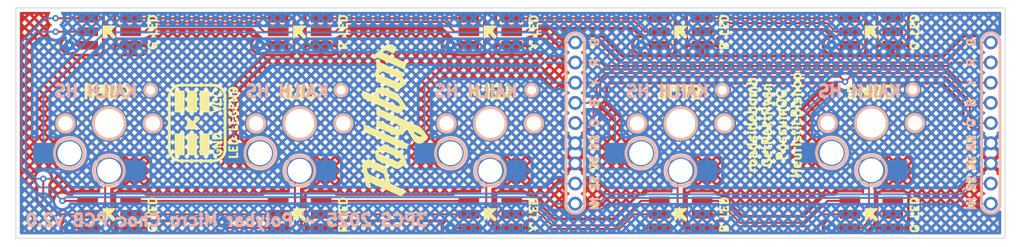
<source format=kicad_pcb>
(kicad_pcb (version 20241229) (generator "pcbnew") (generator_version "9.0")
  (layers (0 "F.Cu" signal) (2 "B.Cu" signal) (13 "F.Paste" user) (15 "B.Paste" user) (5 "F.SilkS" user "F.Silkscreen") (7 "B.SilkS" user "B.Silkscreen") (1 "F.Mask" user) (3 "B.Mask" user) (25 "Edge.Cuts" user))
  (net 0 "")
  (net 1 "GND")
  (net 2 "Green")
  (net 3 "Red")
  (net 4 "Yellow")
  (net 5 "Blue")
  (net 6 "Orange")
  (net 7 "led_mosi")
  (net 8 "led_sck")
  (net 9 "VCC")
  (net 10 "Net-(D1-CO)")
  (net 11 "Net-(D1-DO)")
  (net 12 "Net-(D2-CO)")
  (net 13 "Net-(D2-DO)")
  (net 14 "Net-(D3-CO)")
  (net 15 "Net-(D3-DO)")
  (net 16 "Net-(D4-CO)")
  (net 17 "Net-(D4-DO)")
  (footprint "Controller_Inputs:Kailh_Hotswap_PG1350" (layer "F.Cu") (at 121.75 90.05)
    (property "Reference" "REF**" (hide yes))
    (property "Value" "Kailh_socket_PG1350")
  )
  (footprint "Controller_Inputs:LED_RGB_5050_DOTSTAR" (layer "F.Cu") (at 169.75 101.5)
    (property "Reference" "D5" (hide yes))
    (property "Value" "orange_fret_led")
  )
  (footprint "Controller_Inputs:LED_RGB_5050_DOTSTAR" (layer "F.Cu") (at 97.75 101.5)
    (property "Reference" "D2" (hide yes))
    (property "Value" "red_fret_led")
  )
  (footprint "Controller_Inputs:LED_RGB_5050_DOTSTAR" (layer "F.Cu") (at 121.75 101.5)
    (property "Reference" "D3" (hide yes))
    (property "Value" "yellow_fret_led")
  )
  (footprint "Controller_Inputs:LED_RGB_5050_DOTSTAR" (layer "F.Cu") (at 145.75 101.5)
    (property "Reference" "D4" (hide yes))
    (property "Value" "blue_fret_led")
  )
  (footprint "" (layer "F.Cu") (at 131.45 90)
    (property "Reference" "")
    (property "Value" "")
  )
  (footprint "" (layer "F.Cu") (at 182.8 97.62)
    (property "Reference" "")
    (property "Value" "")
  )
  (footprint "Controller_Inputs:LED_RGB_5050_DOTSTAR" (layer "F.Cu") (at 97.75 78.5)
    (property "Reference" "D2" (hide yes))
    (property "Value" "red_fret_led")
  )
  (footprint "" (layer "F.Cu") (at 183.8 87.46)
    (property "Reference" "")
    (property "Value" "")
  )
  (footprint "Controller_Inputs:LED_RGB_5050_DOTSTAR" (layer "F.Cu") (at 73.75 101.5)
    (property "Reference" "D1" (hide yes))
    (property "Value" "green_fret_led")
  )
  (footprint "Controller_Inputs:LED_RGB_5050_DOTSTAR" (layer "F.Cu") (at 145.75 78.5)
    (property "Reference" "D4" (hide yes))
    (property "Value" "blue_fret_led")
  )
  (footprint "Controller_Inputs:LED_RGB_5050_DOTSTAR" (layer "F.Cu") (at 169.75 78.5)
    (property "Reference" "D5" (hide yes))
    (property "Value" "orange_fret_led")
  )
  (footprint "" (layer "F.Cu") (at 183.8 90)
    (property "Reference" "")
    (property "Value" "")
  )
  (footprint "Controller_Inputs:LED_RGB_5050_DOTSTAR" (layer "F.Cu") (at 73.75 78.5)
    (property "Reference" "D1" (hide yes))
    (property "Value" "green_fret_led")
  )
  (footprint "" (layer "F.Cu") (at 183.8 84.92)
    (property "Reference" "")
    (property "Value" "")
  )
  (footprint "Controller_Inputs:Kailh_Hotswap_PG1350" (layer "F.Cu") (at 97.75 90.05)
    (property "Reference" "REF**" (hide yes))
    (property "Value" "Kailh_socket_PG1350")
  )
  (footprint "" (layer "F.Cu") (at 131.45 92.54)
    (property "Reference" "")
    (property "Value" "")
  )
  (footprint "" (layer "F.Cu") (at 131.45 95.08)
    (property "Reference" "")
    (property "Value" "")
  )
  (footprint "" (layer "F.Cu") (at 183.8 92.54)
    (property "Reference" "")
    (property "Value" "")
  )
  (footprint "" (layer "F.Cu") (at 130.45 97.62)
    (property "Reference" "")
    (property "Value" "")
  )
  (footprint "Controller_Inputs:Kailh_Hotswap_PG1350" (layer "F.Cu") (at 145.75 90.05)
    (property "Reference" "REF**" (hide yes))
    (property "Value" "Kailh_socket_PG1350")
  )
  (footprint "" (layer "F.Cu") (at 131.45 82.38)
    (property "Reference" "")
    (property "Value" "")
  )
  (footprint "Controller_Inputs:LED_RGB_5050_DOTSTAR" (layer "F.Cu") (at 121.75 78.5)
    (property "Reference" "D3" (hide yes))
    (property "Value" "yellow_fret_led")
  )
  (footprint "" (layer "F.Cu") (at 131.45 79.84)
    (property "Reference" "")
    (property "Value" "")
  )
  (footprint "Controller_Inputs:Kailh_Hotswap_PG1350" (layer "F.Cu") (at 169.75 90)
    (property "Reference" "REF**" (hide yes))
    (property "Value" "Kailh_socket_PG1350")
  )
  (footprint "Controller_Inputs:Kailh_Hotswap_PG1350" (layer "F.Cu") (at 73.75 90.05)
    (property "Reference" "REF**" (hide yes))
    (property "Value" "Kailh_socket_PG1350")
  )
  (footprint "" (layer "F.Cu") (at 131.45 84.92)
    (property "Reference" "")
    (property "Value" "")
  )
  (footprint "" (layer "F.Cu") (at 131.45 100.16)
    (property "Reference" "")
    (property "Value" "")
  )
  (footprint "" (layer "F.Cu") (at 131.45 87.46)
    (property "Reference" "")
    (property "Value" "")
  )
  (footprint "" (layer "F.Cu") (at 183.8 82.38)
    (property "Reference" "")
    (property "Value" "")
  )
  (footprint "" (layer "F.Cu") (at 183.8 100.16)
    (property "Reference" "")
    (property "Value" "")
  )
  (footprint "" (layer "F.Cu") (at 183.8 95.08)
    (property "Reference" "")
    (property "Value" "")
  )
  (footprint "" (layer "F.Cu") (at 183.8 79.84)
    (property "Reference" "")
    (property "Value" "")
  )
  (gr_line (start 145 100.8) (end 146.5 100.8) (stroke (width 0.12)) (layer "F.SilkS"))
  (gr_poly (pts (xy 169 102.3) (xy 169 100.8) (xy 170.5 100.8)) (stroke (width 0.12)) (fill yes) (layer "F.SilkS"))
  (gr_line (start 169 77.8) (end 170.5 77.8) (stroke (width 0.12)) (layer "F.SilkS"))
  (gr_poly (pts (xy 97 79.3) (xy 97 77.8) (xy 98.5 77.8)) (stroke (width 0.12)) (fill yes) (layer "F.SilkS"))
  (gr_poly (pts (xy 85.125 90.7373) (xy 83.625 90.7373) (xy 83.625 89.2373)) (stroke (width 0.12)) (fill yes) (layer "F.SilkS"))
  (gr_line (start 169 100.8) (end 170.5 100.8) (stroke (width 0.12)) (layer "F.SilkS"))
  (gr_line (start 121.625 78.425) (end 122.3 79.1) (stroke (width 0.5)) (layer "F.SilkS"))
  (gr_line (start 121 77.8) (end 122.5 77.8) (stroke (width 0.12)) (layer "F.SilkS"))
  (gr_arc (start 131.3 79.83) (mid 132.45 78.68) (end 133.6 79.83) (stroke (width 0.35)) (layer "F.SilkS"))
  (gr_line (start 82.775 85.2373) (end 86.899695 85.2373) (stroke (width 0.35)) (layer "F.SilkS"))
  (gr_line (start 73 102.3) (end 73 100.8) (stroke (width 0.12)) (layer "F.SilkS"))
  (gr_line (start 183.65 79.825) (end 183.65 100.185) (stroke (width 0.35)) (layer "F.SilkS"))
  (gr_line (start 83.625 89.2373) (end 85.125 90.7373) (stroke (width 0.12)) (layer "F.SilkS"))
  (gr_poly (pts (xy 105.618318 86.257426) (xy 105.62108 86.206047) (xy 105.625575 86.154237) (xy 105.632018 86.101968) (xy 105.640623 86.04921) (xy 105.651606 85.995936) (xy 105.665182 85.942114) (xy 105.681565 85.887718) (xy 107.271049 86.586216) (xy 107.246586 86.495215) (xy 107.224168 86.413329) (xy 107.213902 86.3747) (xy 107.204356 86.337024) (xy 107.1956 86.299859) (xy 107.187706 86.262765) (xy 107.183481 86.240843) (xy 107.179954 86.218364) (xy 107.178554 86.206973) (xy 107.17745 86.195512) (xy 107.176684 86.184005) (xy 107.176296 86.172475) (xy 107.176326 86.160944) (xy 107.176815 86.149437) (xy 107.177804 86.137977) (xy 107.179334 86.126586) (xy 107.181446 86.115288) (xy 107.184179 86.104107) (xy 107.187575 86.093065) (xy 107.191675 86.082186) (xy 107.193604 86.077395) (xy 107.195667 86.072697) (xy 107.197858 86.068093) (xy 107.20017 86.063581) (xy 107.2026 86.059163) (xy 107.205139 86.054838) (xy 107.207783 86.050605) (xy 107.210526 86.046466) (xy 107.213363 86.04242) (xy 107.216286 86.038467) (xy 107.21929 86.034606) (xy 107.222371 86.030839) (xy 107.225521 86.027165) (xy 107.228735 86.023584) (xy 107.232007 86.020096) (xy 107.235331 86.016701) (xy 107.245098 86.007868) (xy 107.25505 85.999244) (xy 107.265189 85.990853) (xy 107.275514 85.982718) (xy 107.286025 85.974862) (xy 107.296722 85.967308) (xy 107.307605 85.96008) (xy 107.318674 85.953201) (xy 107.90208 85.502748) (xy 107.917905 85.489652) (xy 107.925979 85.48335) (xy 107.934172 85.477231) (xy 107.942492 85.471309) (xy 107.95095 85.4656) (xy 107.959552 85.460117) (xy 107.968309 85.454875) (xy 107.977229 85.44989) (xy 107.98632 85.445174) (xy 107.995591 85.440744) (xy 108.005051 85.436613) (xy 108.014709 85.432796) (xy 108.024573 85.429307) (xy 108.034652 85.426162) (xy 108.044955 85.423374) (xy 108.052036 85.421691) (xy 108.059136 85.420356) (xy 108.066253 85.419356) (xy 108.073384 85.418676) (xy 108.080525 85.418305) (xy 108.087672 85.418228) (xy 108.101975 85.418909) (xy 108.116267 85.420612) (xy 108.13052 85.423234) (xy 108.14471 85.42667) (xy 108.158809 85.430815) (xy 108.172792 85.435565) (xy 108.186632 85.440814) (xy 108.200304 85.446459) (xy 108.213781 85.452395) (xy 108.240047 85.46472) (xy 108.265218 85.476952) (xy 108.386266 85.536234) (xy 108.446603 85.56541) (xy 108.507313 85.594029) (xy 108.633847 85.652878) (xy 108.760568 85.710612) (xy 109.015313 85.824217) (xy 109.517856 86.042746) (xy 109.768755 86.152104) (xy 110.017422 86.262765) (xy 110.030699 86.269522) (xy 110.043735 86.277102) (xy 110.05652 86.285443) (xy 110.069047 86.294484) (xy 110.081307 86.304166) (xy 110.09329 86.314425) (xy 110.104988 86.325202) (xy 110.116393 86.336436) (xy 110.127496 86.348064) (xy 110.138287 86.360027) (xy 110.148759 86.372263) (xy 110.158902 86.384712) (xy 110.168709 86.397311) (xy 110.178169 86.410001) (xy 110.187275 86.422719) (xy 110.196017 86.435406) (xy 110.429894 86.786112) (xy 110.662097 87.138121) (xy 111.126689 87.842327) (xy 111.133153 87.852123) (xy 111.139149 87.861794) (xy 111.144673 87.871343) (xy 111.149722 87.880771) (xy 111.154294 87.890081) (xy 111.158383 87.899276) (xy 111.161988 87.908358) (xy 111.165105 87.91733) (xy 111.167731 87.926195) (xy 111.169862 87.934955) (xy 111.171495 87.943612) (xy 111.172628 87.952169) (xy 111.173256 87.960629) (xy 111.173376 87.968994) (xy 111.172986 87.977267) (xy 111.172081 87.98545) (xy 111.170659 87.993546) (xy 111.168716 88.001557) (xy 111.16625 88.009486) (xy 111.163256 88.017336) (xy 111.159732 88.025108) (xy 111.155674 88.032806) (xy 111.151079 88.040432) (xy 111.145943 88.047989) (xy 111.140264 88.055479) (xy 111.134038 88.062904) (xy 111.127263 88.070268) (xy 111.119933 88.077573) (xy 111.112047 88.08482) (xy 111.103601 88.092014) (xy 111.094592 88.099156) (xy 111.085017 88.106249) (xy 110.911911 88.232598) (xy 110.74048 88.360993) (xy 110.400408 88.620202) (xy 110.317375 88.684136) (xy 110.294334 88.700803) (xy 110.270579 88.716964) (xy 110.246207 88.732229) (xy 110.221318 88.74621) (xy 110.220053 88.746825) (xy 110.220053 87.868532) (xy 110.230127 87.868005) (xy 110.240055 87.866882) (xy 110.249843 87.865146) (xy 110.259498 87.862783) (xy 110.269025 87.859777) (xy 110.278431 87.85611) (xy 110.287721 87.851767) (xy 110.296902 87.846733) (xy 110.305981 87.840991) (xy 110.314963 87.834525) (xy 110.323855 87.827319) (xy 110.332662 87.819358) (xy 110.341391 87.810624) (xy 110.350048 87.801103) (xy 110.358639 87.790779) (xy 110.367171 87.779634) (xy 110.375649 87.767654) (xy 110.384081 87.754822) (xy 110.392471 87.741123) (xy 110.393409 87.73762) (xy 110.392933 87.732755) (xy 110.391126 87.726616) (xy 110.388075 87.719294) (xy 110.378579 87.701462) (xy 110.365123 87.679979) (xy 110.348389 87.655565) (xy 110.329055 87.628943) (xy 110.285314 87.571954) (xy 110.23934 87.514779) (xy 110.196575 87.463186) (xy 110.142439 87.39981) (xy 110.123252 87.378489) (xy 110.103639 87.3577) (xy 110.083589 87.337464) (xy 110.063095 87.3178) (xy 110.042147 87.298729) (xy 110.020737 87.280272) (xy 109.998856 87.262448) (xy 109.976495 87.245278) (xy 109.953646 87.228782) (xy 109.9303 87.212981) (xy 109.906448 87.197895) (xy 109.882082 87.183545) (xy 109.857193 87.16995) (xy 109.831771 87.157132) (xy 109.805809 87.14511) (xy 109.779298 87.133905) (xy 109.622145 87.068618) (xy 109.466015 87.001169) (xy 109.155709 86.862293) (xy 108.846146 86.722301) (xy 108.690947 86.653456) (xy 108.535096 86.586216) (xy 108.501253 86.572252) (xy 108.466759 86.55859) (xy 108.39619 86.531895) (xy 108.25133 86.479061) (xy 108.138872 86.436986) (xy 108.083445 86.415193) (xy 108.028832 86.392492) (xy 107.975243 86.368583) (xy 107.922886 86.343162) (xy 107.897235 86.32979) (xy 107.871971 86.315927) (xy 107.847119 86.301535) (xy 107.822707 86.286576) (xy 107.81649 86.281905) (xy 107.809808 86.277118) (xy 107.806322 86.274819) (xy 107.802754 86.272657) (xy 107.799117 86.270687) (xy 107.795421 86.268964) (xy 107.791679 86.267543) (xy 107.789794 86.266963) (xy 107.787902 86.266479) (xy 107.786004 86.266099) (xy 107.784102 86.265829) (xy 107.782197 86.265675) (xy 107.78029 86.265646) (xy 107.778383 86.265747) (xy 107.776478 86.265987) (xy 107.774576 86.26637) (xy 107.772678 86.266906) (xy 107.770786 86.267599) (xy 107.768901 86.268458) (xy 107.767025 86.269489) (xy 107.765159 86.2707) (xy 107.763716 86.271839) (xy 107.762361 86.273022) (xy 107.761087 86.274245) (xy 107.759888 86.275506) (xy 107.75876 86.276802) (xy 107.757695 86.27813) (xy 107.756688 86.279487) (xy 107.755734 86.280871) (xy 107.754826 86.282277) (xy 107.753958 86.283704) (xy 107.753126 86.285148) (xy 107.752323 86.286607) (xy 107.75078 86.289557) (xy 107.749284 86.292529) (xy 107.74648 86.299069) (xy 107.744011 86.305663) (xy 107.741864 86.312308) (xy 107.740025 86.319001) (xy 107.73722 86.332512) (xy 107.735487 86.346169) (xy 107.734719 86.359943) (xy 107.734808 86.373803) (xy 107.735648 86.387722) (xy 107.73713 86.40167) (xy 107.739146 86.415617) (xy 107.74159 86.429536) (xy 107.74733 86.45717) (xy 107.759205 86.51081) (xy 107.764693 86.540568) (xy 107.77074 86.570279) (xy 107.777344 86.599897) (xy 107.784506 86.629376) (xy 107.792227 86.658669) (xy 107.800505 86.687729) (xy 107.809342 86.716511) (xy 107.818737 86.744966) (xy 107.820718 86.75014) (xy 107.822932 86.755249) (xy 107.825368 86.760294) (xy 107.828016 86.765279) (xy 107.833902 86.775082) (xy 107.840503 86.784684) (xy 107.847733 86.794113) (xy 107.855502 86.803393) (xy 107.863726 86.81255) (xy 107.872315 86.821612) (xy 107.890244 86.839553) (xy 107.908592 86.857424) (xy 107.926661 86.875434) (xy 107.935372 86.884557) (xy 107.943753 86.893793) (xy 108.729565 87.223202) (xy 110.072986 87.828435) (xy 110.09783 87.839576) (xy 110.121793 87.849101) (xy 110.144925 87.856881) (xy 110.156194 87.860078) (xy 110.167275 87.86279) (xy 110.178172 87.865002) (xy 110.188892 87.866699) (xy 110.199442 87.867863) (xy 110.209826 87.86848) (xy 110.220053 87.868532) (xy 110.220053 88.746825) (xy 110.196011 88.758516) (xy 110.170383 88.768759) (xy 110.157481 88.772984) (xy 110.144535 88.776548) (xy 110.131559 88.779401) (xy 110.118565 88.781494) (xy 110.105565 88.78278) (xy 110.092571 88.783208) (xy 110.079597 88.782731) (xy 110.066653 88.781301) (xy 110.053753 88.778867) (xy 110.04091 88.775381) (xy 110.028134 88.770796) (xy 110.015439 88.765061) (xy 109.958884 88.737155) (xy 109.90233 88.709994) (xy 109.845775 88.683577) (xy 109.789221 88.657904) (xy 107.612362 87.705406) (xy 106.699797 87.305801) (xy 106.243608 87.105162) (xy 105.788721 86.901733) (xy 105.775603 86.895384) (xy 105.762378 86.887594) (xy 105.74917 86.878501) (xy 105.736104 86.868246) (xy 105.723306 86.856968) (xy 105.7109 86.844806) (xy 105.699012 86.8319) (xy 105.687766 86.818389) (xy 105.677287 86.804413) (xy 105.667701 86.790112) (xy 105.659133 86.775625) (xy 105.651706 86.761091) (xy 105.645547 86.74665) (xy 105.64078 86.732442) (xy 105.638958 86.725468) (xy 105.637531 86.718605) (xy 105.636514 86.71187) (xy 105.635924 86.705281) (xy 105.622964 86.508889) (xy 105.618274 86.409275) (xy 105.617073 86.308405)) (stroke (width -0.000001)) (fill yes) (layer "F.SilkS"))
  (gr_rect (start 82.075 91.3873) (end 83.175 93.9873) (stroke (width 0.15)) (fill yes) (layer "F.SilkS"))
  (gr_line (start 84.25 90.1123) (end 84.925 89.4373) (stroke (width 0.5)) (layer "F.SilkS"))
  (gr_line (start 145 102.3) (end 145 100.8) (stroke (width 0.12)) (layer "F.SilkS"))
  (gr_line (start 73 79.3) (end 73 77.8) (stroke (width 0.12)) (layer "F.SilkS"))
  (gr_poly (pts (xy 107.115774 81.423368) (xy 107.277005 81.283284) (xy 107.439723 81.14506) (xy 107.685103 80.94129) (xy 107.932344 80.739752) (xy 108.427942 80.337419) (xy 108.496248 80.282538) (xy 108.53011 80.255029) (xy 108.563623 80.227286) (xy 108.596672 80.199172) (xy 108.629139 80.170546) (xy 108.660908 80.141269) (xy 108.691864 80.111201) (xy 108.703811 80.099789) (xy 108.715838 80.089349) (xy 108.727944 80.079849) (xy 108.740129 80.071261) (xy 108.75239 80.063556) (xy 108.764727 80.056703) (xy 108.777139 80.050673) (xy 108.789625 80.045438) (xy 108.802184 80.040966) (xy 108.814814 80.03723) (xy 108.827515 80.0342) (xy 108.840285 80.031845) (xy 108.853123 80.030138) (xy 108.866029 80.029048) (xy 108.892038 80.028601) (xy 108.918302 80.030271) (xy 108.944813 80.033822) (xy 108.971563 80.039018) (xy 108.998543 80.045623) (xy 109.025743 80.053403) (xy 109.053156 80.062122) (xy 109.108582 80.081435) (xy 109.179438 80.105336) (xy 109.250527 80.128285) (xy 109.392844 80.17346) (xy 109.463793 80.196758) (xy 109.534417 80.221241) (xy 109.604575 80.247445) (xy 109.674129 80.275904) (xy 109.702049 80.288092) (xy 109.730432 80.3016) (xy 109.758809 80.316445) (xy 109.786711 80.332645) (xy 109.813672 80.350217) (xy 109.839224 80.369178) (xy 109.851324 80.379185) (xy 109.862897 80.389546) (xy 109.873884 80.400263) (xy 109.884225 80.411338) (xy 109.893863 80.422774) (xy 109.902739 80.434572) (xy 109.910794 80.446735) (xy 109.917971 80.459265) (xy 109.92421 80.472164) (xy 109.929453 80.485435) (xy 109.933642 80.499079) (xy 109.936718 80.513099) (xy 109.938622 80.527497) (xy 109.939297 80.542275) (xy 109.938683 80.557435) (xy 109.936722 80.572979) (xy 109.933356 80.58891) (xy 109.928525 80.60523) (xy 109.922173 80.621941) (xy 109.914239 80.639045) (xy 109.887811 80.69379) (xy 109.863173 80.749209) (xy 109.816757 80.861048) (xy 109.793723 80.916955) (xy 109.769969 80.972513) (xy 109.744865 81.027467) (xy 109.731612 81.054638) (xy 109.717786 81.081561) (xy 109.705857 81.102475) (xy 109.69314 81.121996) (xy 109.679639 81.140035) (xy 109.665355 81.156502) (xy 109.650293 81.171306) (xy 109.64247 81.178056) (xy 109.634454 81.184357) (xy 109.626244 81.190197) (xy 109.617842 81.195565) (xy 109.609247 81.20045) (xy 109.60046 81.20484) (xy 109.591481 81.208725) (xy 109.58231 81.212092) (xy 109.572949 81.214931) (xy 109.563396 81.217231) (xy 109.553653 81.21898) (xy 109.543721 81.220166) (xy 109.533598 81.220779) (xy 109.523286 81.220808) (xy 109.512786 81.220241) (xy 109.502096 81.219066) (xy 109.491219 81.217273) (xy 109.480153 81.214851) (xy 109.468901 81.211787) (xy 109.457461 81.208072) (xy 109.445834 81.203692) (xy 109.434021 81.198638) (xy 109.405999 81.184821) (xy 109.378396 81.17033) (xy 109.323887 81.140347) (xy 109.296703 81.125367) (xy 109.269379 81.110737) (xy 109.241776 81.09671) (xy 109.213755 81.083545) (xy 108.992496 80.984077) (xy 108.771238 80.883122) (xy 108.754068 80.875569) (xy 108.736803 80.868903) (xy 108.719465 80.863116) (xy 108.702075 80.858201) (xy 108.684655 80.854149) (xy 108.667225 80.850953) (xy 108.649808 80.848603) (xy 108.632425 80.847094) (xy 108.615096 80.846415) (xy 108.597845 80.84656) (xy 108.580691 80.84752) (xy 108.563657 80.849287) (xy 108.546764 80.851854) (xy 108.530034 80.855212) (xy 108.513487 80.859354) (xy 108.497146 80.864271) (xy 108.481031 80.869955) (xy 108.465165 80.876399) (xy 108.449568 80.883594) (xy 108.434262 80.891533) (xy 108.419269 80.900207) (xy 108.404609 80.909608) (xy 108.390305 80.919729) (xy 108.376378 80.930562) (xy 108.362849 80.942097) (xy 108.34974 80.954329) (xy 108.337071 80.967247) (xy 108.324866 80.980845) (xy 108.313144 80.995115) (xy 108.301928 81.010048) (xy 108.291238 81.025637) (xy 108.281097 81.041873) (xy 108.275981 81.051024) (xy 108.271775 81.059878) (xy 108.268445 81.068441) (xy 108.265958 81.076716) (xy 108.264283 81.084709) (xy 108.263386 81.092425) (xy 108.263234 81.099869) (xy 108.263796 81.107047) (xy 108.265037 81.113963) (xy 108.266926 81.120623) (xy 108.26943 81.127031) (xy 108.272516 81.133193) (xy 108.276151 81.139113) (xy 108.280303 81.144798) (xy 108.284939 81.150251) (xy 108.290027 81.155478) (xy 108.295532 81.160485) (xy 108.301424 81.165275) (xy 108.314235 81.174229) (xy 108.328196 81.182381) (xy 108.343047 81.189771) (xy 108.358525 81.19644) (xy 108.37437 81.202429) (xy 108.39032 81.207779) (xy 108.406112 81.21253) (xy 108.462969 81.229626) (xy 108.519035 81.248094) (xy 108.57445 81.267817) (xy 108.629354 81.28868) (xy 108.683886 81.310567) (xy 108.738185 81.33336) (xy 108.792392 81.356944) (xy 108.846646 81.381203) (xy 111.011599 82.343624) (xy 111.024761 82.349441) (xy 111.038113 82.355747) (xy 111.051516 82.362565) (xy 111.064836 82.369917) (xy 111.077935 82.377827) (xy 111.090676 82.386319) (xy 111.102923 82.395415) (xy 111.114539 82.40514) (xy 111.125388 82.415515) (xy 111.130481 82.420954) (xy 111.135332 82.426565) (xy 111.139923 82.43235) (xy 111.144236 82.438312) (xy 111.148255 82.444455) (xy 111.151963 82.45078) (xy 111.155342 82.457292) (xy 111.158376 82.463993) (xy 111.161047 82.470885) (xy 111.163338 82.477972) (xy 111.165232 82.485257) (xy 111.166713 82.492743) (xy 111.167763 82.500432) (xy 111.168364 82.508327) (xy 111.168295 82.513908) (xy 111.168093 82.519486) (xy 111.167763 82.525058) (xy 111.16731 82.530621) (xy 111.166062 82.541709) (xy 111.164396 82.552728) (xy 111.162357 82.563654) (xy 111.159993 82.574463) (xy 111.15735 82.585133) (xy 111.154474 82.59564) (xy 111.090974 82.824091) (xy 111.060712 82.938595) (xy 111.046605 82.996162) (xy 111.033427 83.05403) (xy 111.026288 83.087226) (xy 111.022204 83.104848) (xy 111.017615 83.12277) (xy 111.012397 83.140703) (xy 111.006429 83.158361) (xy 111.003126 83.166996) (xy 110.99959 83.175454) (xy 110.995805 83.183699) (xy 110.991756 83.191696) (xy 110.987428 83.199407) (xy 110.982806 83.206798) (xy 110.977874 83.213832) (xy 110.972617 83.220473) (xy 110.967021 83.226685) (xy 110.961069 83.232433) (xy 110.954746 83.23768) (xy 110.948037 83.24239) (xy 110.940928 83.246528) (xy 110.933402 83.250057) (xy 110.925444 83.252942) (xy 110.917039 83.255145) (xy 110.908172 83.256633) (xy 110.898828 83.257368) (xy 110.888991 83.257314) (xy 110.878646 83.256436) (xy 110.870506 83.25516) (xy 110.862453 83.253579) (xy 110.854481 83.251713) (xy 110.846585 83.249583) (xy 110.838759 83.247208) (xy 110.830997 83.24461) (xy 110.823293 83.241808) (xy 110.815641 83.238824) (xy 110.800472 83.232386) (xy 110.785442 83.22546) (xy 110.770505 83.218209) (xy 110.755615 83.210794) (xy 110.62908 83.147481) (xy 110.502359 83.085284) (xy 110.247616 82.962748) (xy 109.985724 82.840705) (xy 109.722624 82.721243) (xy 109.193912 82.487738) (xy 108.134255 82.026123) (xy 108.046261 81.989319) (xy 107.958638 81.951957) (xy 107.915315 81.932427) (xy 107.872504 81.91199) (xy 107.830344 81.89039) (xy 107.788974 81.867372) (xy 107.754969 81.848172) (xy 107.721385 81.830882) (xy 107.688179 81.815691) (xy 107.655307 81.802787) (xy 107.622726 81.79236) (xy 107.590393 81.784598) (xy 107.574305 81.781776) (xy 107.558262 81.779691) (xy 107.54226 81.778367) (xy 107.526292 81.777827) (xy 107.510353 81.778095) (xy 107.494438 81.779196) (xy 107.478541 81.781151) (xy 107.462656 81.783985) (xy 107.446779 81.787722) (xy 107.430904 81.792386) (xy 107.415025 81.797999) (xy 107.399137 81.804585) (xy 107.383234 81.812168) (xy 107.367312 81.820772) (xy 107.351364 81.830421) (xy 107.335385 81.841137) (xy 107.31937 81.852945) (xy 107.303313 81.865867) (xy 107.287209 81.879929) (xy 107.271052 81.895153) (xy 107.261942 81.903167) (xy 107.252121 81.910105) (xy 107.241624 81.915986) (xy 107.230484 81.920826) (xy 107.218736 81.924642) (xy 107.206412 81.927453) (xy 107.193546 81.929276) (xy 107.180173 81.930127) (xy 107.166327 81.930026) (xy 107.15204 81.928988) (xy 107.137347 81.927032) (xy 107.122282 81.924174) (xy 107.091169 81.915826) (xy 107.058972 81.904083) (xy 107.025961 81.889084) (xy 106.992406 81.870968) (xy 106.958578 81.849877) (xy 106.924747 81.825948) (xy 106.891184 81.799322) (xy 106.858158 81.770138) (xy 106.825941 81.738535) (xy 106.794801 81.704653)) (stroke (width -0.000001)) (fill yes) (layer "F.SilkS"))
  (gr_line (start 169 102.3) (end 169 100.8) (stroke (width 0.12)) (layer "F.SilkS"))
  (gr_line (start 121.625 101.425) (end 122.3 102.1) (stroke (width 0.5)) (layer "F.SilkS"))
  (gr_arc (start 185.95 100.185) (mid 184.8 101.335) (end 183.65 100.185) (stroke (width 0.35)) (layer "F.SilkS"))
  (gr_poly (pts (xy 145 102.3) (xy 145 100.8) (xy 146.5 100.8)) (stroke (width 0.12)) (fill yes) (layer "F.SilkS"))
  (gr_line (start 73 100.8) (end 74.5 100.8) (stroke (width 0.12)) (layer "F.SilkS"))
  (gr_poly (pts (xy 145 79.3) (xy 145 77.8) (xy 146.5 77.8)) (stroke (width 0.12)) (fill yes) (layer "F.SilkS"))
  (gr_arc (start 86.899695 85.2373) (mid 87.925003 85.661993) (end 88.349695 86.6873) (stroke (width 0.35)) (layer "F.SilkS"))
  (gr_line (start 170.5 77.8) (end 169 79.3) (stroke (width 0.12)) (layer "F.SilkS"))
  (gr_poly (pts (xy 169 79.3) (xy 169 77.8) (xy 170.5 77.8)) (stroke (width 0.12)) (fill yes) (layer "F.SilkS"))
  (gr_poly (pts (xy 97 102.3) (xy 97 100.8) (xy 98.5 100.8)) (stroke (width 0.12)) (fill yes) (layer "F.SilkS"))
  (gr_line (start 145 77.8) (end 146.5 77.8) (stroke (width 0.12)) (layer "F.SilkS"))
  (gr_line (start 82.775 94.7627) (end 86.899695 94.761995) (stroke (width 0.35)) (layer "F.SilkS"))
  (gr_line (start 74.5 100.8) (end 73 102.3) (stroke (width 0.12)) (layer "F.SilkS"))
  (gr_arc (start 133.6 100.19) (mid 132.45 101.34) (end 131.3 100.19) (stroke (width 0.35)) (layer "F.SilkS"))
  (gr_rect (start 85.225 91.3873) (end 86.325 93.9873) (stroke (width 0.15)) (fill yes) (layer "F.SilkS"))
  (gr_line (start 73 77.8) (end 74.5 77.8) (stroke (width 0.12)) (layer "F.SilkS"))
  (gr_line (start 145 79.3) (end 145 77.8) (stroke (width 0.12)) (layer "F.SilkS"))
  (gr_line (start 121 102.3) (end 121 100.8) (stroke (width 0.12)) (layer "F.SilkS"))
  (gr_line (start 146.5 100.8) (end 145 102.3) (stroke (width 0.12)) (layer "F.SilkS"))
  (gr_line (start 122.5 100.8) (end 121 102.3) (stroke (width 0.12)) (layer "F.SilkS"))
  (gr_poly (pts (xy 107.391599 90.054904) (xy 107.395335 89.95453) (xy 107.401025 89.853924) (xy 107.407086 89.753597) (xy 107.411938 89.65406) (xy 107.412327 89.652313) (xy 107.413466 89.650431) (xy 107.415315 89.648431) (xy 107.417833 89.646328) (xy 107.424718 89.641882) (xy 107.433798 89.637224) (xy 107.444749 89.632485) (xy 107.45725 89.627795) (xy 107.470977 89.623285) (xy 107.485608 89.619086) (xy 107.500821 89.615329) (xy 107.516293 89.612145) (xy 107.5317 89.609664) (xy 107.546721 89.608017) (xy 107.561033 89.607335) (xy 107.574313 89.60775) (xy 107.580465 89.608409) (xy 107.586238 89.60939) (xy 107.591592 89.610712) (xy 107.596486 89.612389) (xy 107.876747 89.7308) (xy 108.155335 89.852746) (xy 108.70972 90.100545) (xy 109.42087 90.418789) (xy 109.77598 90.57912) (xy 110.130531 90.741497) (xy 110.144022 90.747334) (xy 110.156975 90.75222) (xy 110.16941 90.756189) (xy 110.181346 90.759279) (xy 110.192804 90.761527) (xy 110.203805 90.762967) (xy 110.214367 90.763638) (xy 110.22451 90.763574) (xy 110.234256 90.762813) (xy 110.243623 90.76139) (xy 110.252632 90.759342) (xy 110.261303 90.756706) (xy 110.269655 90.753518) (xy 110.277709 90.749813) (xy 110.285485 90.745629) (xy 110.293002 90.741002) (xy 110.300281 90.735968) (xy 110.307342 90.730563) (xy 110.320888 90.718786) (xy 110.333801 90.705963) (xy 110.346239 90.692385) (xy 110.394453 90.636326) (xy 110.383159 90.598464) (xy 110.370517 90.562232) (xy 110.356574 90.527574) (xy 110.341375 90.494432) (xy 110.324969 90.462751) (xy 110.307402 90.432474) (xy 110.288721 90.403545) (xy 110.268973 90.375908) (xy 110.248204 90.349506) (xy 110.226462 90.324284) (xy 110.203794 90.300184) (xy 110.180246 90.27715) (xy 110.130698 90.234058) (xy 110.078194 90.194555) (xy 110.023109 90.158191) (xy 109.965818 90.124516) (xy 109.906695 90.09308) (xy 109.846116 90.063431) (xy 109.722088 90.007694) (xy 109.596736 89.953701) (xy 108.102502 89.300842) (xy 108.032223 89.270813) (xy 107.961456 89.241435) (xy 107.81948 89.182772) (xy 107.748783 89.152557) (xy 107.67862 89.121132) (xy 107.609249 89.088033) (xy 107.540923 89.052795) (xy 107.529053 89.045398) (xy 107.517305 89.036683) (xy 107.505754 89.026777) (xy 107.494477 89.015805) (xy 107.483548 89.00389) (xy 107.473044 88.991159) (xy 107.46304 88.977736) (xy 107.453611 88.963746) (xy 107.444834 88.949314) (xy 107.436783 88.934565) (xy 107.429534 88.919625) (xy 107.423163 88.904617) (xy 107.417746 88.889668) (xy 107.413358 88.874902) (xy 107.410074 88.860444) (xy 107.40797 88.846419) (xy 107.401936 88.775466) (xy 107.39839 88.704071) (xy 107.396843 88.632351) (xy 107.396809 88.560421) (xy 107.402018 88.272935) (xy 107.403141 88.241723) (xy 107.404275 88.227259) (xy 107.405797 88.213552) (xy 107.407713 88.200597) (xy 107.410028 88.188391) (xy 107.412748 88.176932) (xy 107.415878 88.166214) (xy 107.419423 88.156234) (xy 107.42339 88.146989) (xy 107.427784 88.138475) (xy 107.432609 88.130689) (xy 107.437872 88.123626) (xy 107.443578 88.117284) (xy 107.449732 88.111658) (xy 107.456341 88.106745) (xy 107.463408 88.102541) (xy 107.47094 88.099043) (xy 107.478942 88.096247) (xy 107.48742 88.094149) (xy 107.496379 88.092746) (xy 107.505825 88.092034) (xy 107.515762 88.092009) (xy 107.526197 88.092669) (xy 107.537135 88.094008) (xy 107.548581 88.096024) (xy 107.560541 88.098713) (xy 107.573021 88.102071) (xy 107.586024 88.106095) (xy 107.599559 88.110781) (xy 107.628239 88.122125) (xy 108.292755 88.413332) (xy 108.955785 88.707515) (xy 109.063282 88.756288) (xy 109.171338 88.804502) (xy 109.388379 88.9) (xy 111.52555 89.862422) (xy 111.560114 89.878444) (xy 111.595189 89.893861) (xy 111.665944 89.923441) (xy 111.735956 89.952276) (xy 111.770101 89.966764) (xy 111.803363 89.981484) (xy 111.937234 90.041255) (xy 112.072152 90.09912) (xy 112.34336 90.212663) (xy 112.478767 90.270109) (xy 112.613453 90.329183) (xy 112.746976 90.390769) (xy 112.878894 90.455749) (xy 112.909465 90.472283) (xy 112.938731 90.490538) (xy 112.966783 90.510374) (xy 112.993709 90.531651) (xy 113.0196 90.554231) (xy 113.044546 90.577974) (xy 113.068638 90.60274) (xy 113.091966 90.62839) (xy 113.114619 90.654783) (xy 113.136688 90.681782) (xy 113.179433 90.737034) (xy 113.261878 90.848656) (xy 113.69844 91.42214) (xy 113.739398 91.476346) (xy 113.781287 91.533203) (xy 113.801592 91.562582) (xy 113.820944 91.592571) (xy 113.838947 91.623153) (xy 113.855205 91.654311) (xy 113.869325 91.686028) (xy 113.880909 91.718284) (xy 113.885627 91.73461) (xy 113.889564 91.751064) (xy 113.892669 91.767645) (xy 113.894893 91.78435) (xy 113.896187 91.801177) (xy 113.896501 91.818124) (xy 113.895787 91.835189) (xy 113.893994 91.852369) (xy 113.891073 91.869663) (xy 113.886975 91.887068) (xy 113.88165 91.904582) (xy 113.875049 91.922202) (xy 113.871168 91.931412) (xy 113.866976 91.940441) (xy 113.862487 91.949296) (xy 113.857717 91.957983) (xy 113.852679 91.966507) (xy 113.847388 91.974874) (xy 113.841859 91.983089) (xy 113.836106 91.991159) (xy 113.830144 91.99909) (xy 113.823986 92.006887) (xy 113.817649 92.014556) (xy 113.811146 92.022103) (xy 113.804492 92.029534) (xy 113.797701 92.036855) (xy 113.783768 92.051187) (xy 113.76106 92.073454) (xy 113.737632 92.094909) (xy 113.713552 92.115626) (xy 113.68889 92.135678) (xy 113.663717 92.155136) (xy 113.638103 92.174075) (xy 113.585827 92.210681) (xy 113.373003 92.350827) (xy 113.324761 92.383988) (xy 113.276543 92.416312) (xy 113.228 92.447519) (xy 113.178782 92.477331) (xy 113.128541 92.505469) (xy 113.102927 92.518823) (xy 113.076927 92.531653) (xy 113.050497 92.543926) (xy 113.023593 92.555605) (xy 112.996172 92.566657) (xy 112.968189 92.577046) (xy 112.961958 92.579068) (xy 112.961958 91.70885) (xy 112.972485 91.708581) (xy 112.982992 91.707699) (xy 112.99347 91.706159) (xy 113.003909 91.70392) (xy 113.012967 91.701441) (xy 113.021534 91.698488) (xy 113.029612 91.695084) (xy 113.037198 91.691254) (xy 113.044291 91.687023) (xy 113.05089 91.682415) (xy 113.056994 91.677456) (xy 113.062603 91.672169) (xy 113.067714 91.666581) (xy 113.072327 91.660715) (xy 113.076441 91.654596) (xy 113.080055 91.648248) (xy 113.083167 91.641698) (xy 113.085777 91.634968) (xy 113.087883 91.628085) (xy 113.089485 91.621072) (xy 113.09058 91.613954) (xy 113.091169 91.606757) (xy 113.09125 91.599504) (xy 113.090822 91.592221) (xy 113.089883 91.584932) (xy 113.088434 91.577662) (xy 113.086472 91.570435) (xy 113.083997 91.563277) (xy 113.081007 91.556212) (xy 113.077501 91.549264) (xy 113.073479 91.542459) (xy 113.068939 91.535821) (xy 113.063881 91.529375) (xy 113.058302 91.523146) (xy 113.052202 91.517157) (xy 113.04558 91.511435) (xy 113.027472 91.498785) (xy 113.022771 91.495681) (xy 113.020378 91.494185) (xy 113.017953 91.492739) (xy 113.015494 91.491351) (xy 113.012996 91.49003) (xy 113.010458 91.488784) (xy 113.007876 91.487623) (xy 112.945105 91.456063) (xy 112.881869 91.42527) (xy 112.754373 91.365336) (xy 112.497893 91.247514) (xy 112.230003 91.122498) (xy 112.216935 91.116848) (xy 112.204874 91.112153) (xy 112.193791 91.108381) (xy 112.18366 91.105499) (xy 112.174452 91.103475) (xy 112.166138 91.102276) (xy 112.158692 91.101868) (xy 112.152084 91.10222) (xy 112.146288 91.103299) (xy 112.141274 91.105072) (xy 112.137016 91.107506) (xy 112.133485 91.110569) (xy 112.130653 91.114227) (xy 112.128491 91.118449) (xy 112.126973 91.123201) (xy 112.126071 91.128451) (xy 112.125755 91.134167) (xy 112.125999 91.140314) (xy 112.126773 91.146861) (xy 112.128051 91.153775) (xy 112.132005 91.168574) (xy 112.137636 91.184448) (xy 112.144721 91.201136) (xy 112.153035 91.218376) (xy 112.162354 91.235907) (xy 112.172456 91.253467) (xy 112.200131 91.295276) (xy 112.23089 91.334469) (xy 112.264469 91.371175) (xy 112.300603 91.405519) (xy 112.339027 91.437632) (xy 112.379478 91.46764) (xy 112.42169 91.495671) (xy 112.465399 91.521854) (xy 112.510341 91.546315) (xy 112.55625 91.569184) (xy 112.602863 91.590588) (xy 112.649915 91.610655) (xy 112.744278 91.647288) (xy 112.837222 91.680107) (xy 112.857488 91.687398) (xy 112.878056 91.694153) (xy 112.888432 91.697221) (xy 112.898857 91.700025) (xy 112.909323 91.70252) (xy 112.919821 91.704664) (xy 112.930342 91.706412) (xy 112.940878 91.707722) (xy 112.95142 91.708549) (xy 112.961958 91.70885) (xy 112.961958 92.579068) (xy 112.951052 92.582608) (xy 112.933873 92.587403) (xy 112.899414 92.594789) (xy 112.864857 92.599397) (xy 112.830244 92.601417) (xy 112.79562 92.601042) (xy 112.761027 92.598464) (xy 112.72651 92.593874) (xy 112.692113 92.587464) (xy 112.657878 92.579427) (xy 112.623849 92.569954) (xy 112.590071 92.559236) (xy 112.556586 92.547467) (xy 112.523439 92.534836) (xy 112.490672 92.521538) (xy 112.426455 92.493702) (xy 112.382654 92.472327) (xy 112.34189 92.449201) (xy 112.303946 92.424436) (xy 112.268604 92.398142) (xy 112.235645 92.37043) (xy 112.204852 92.341409) (xy 112.176006 92.311191) (xy 112.14889 92.279886) (xy 112.123286 92.247604) (xy 112.098975 92.214456) (xy 112.075739 92.180552) (xy 112.053361 92.146003) (xy 112.010306 92.07541) (xy 111.968065 92.003562) (xy 111.792045 91.696852) (xy 111.619559 91.387909) (xy 111.275518 90.76928) (xy 111.268965 90.758623) (xy 111.261976 90.748204) (xy 111.25458 90.737983) (xy 111.246807 90.727918) (xy 111.238684 90.71797) (xy 111.230242 90.708098) (xy 111.212514 90.688417) (xy 111.174501 90.648171) (xy 111.154681 90.626955) (xy 111.134629 90.604577) (xy 111.132051 90.610694) (xy 111.129539 90.616402) (xy 111.127116 90.621708) (xy 111.124799 90.626622) (xy 111.117017 90.642528) (xy 111.115544 90.645611) (xy 111.1143 90.648353) (xy 111.113306 90.650764) (xy 111.112909 90.651849) (xy 111.112583 90.652853) (xy 111.112329 90.653779) (xy 111.11215 90.654628) (xy 111.112049 90.6554) (xy 111.112028 90.656097) (xy 111.11209 90.65672) (xy 111.112238 90.65727) (xy 111.112473 90.657748) (xy 111.112799 90.658155) (xy 111.123125 90.671933) (xy 111.133178 90.686429) (xy 111.142823 90.70157) (xy 111.151928 90.717283) (xy 111.160359 90.733497) (xy 111.167982 90.750138) (xy 111.174663 90.767133) (xy 111.180268 90.784411) (xy 111.184664 90.801898) (xy 111.187717 90.819521) (xy 111.189294 90.837209) (xy 111.189487 90.846054) (xy 111.18926 90.854887) (xy 111.188598 90.863701) (xy 111.187482 90.872485) (xy 111.185898 90.88123) (xy 111.183827 90.889928) (xy 111.181253 90.898569) (xy 111.178159 90.907144) (xy 111.17453 90.915645) (xy 111.170347 90.924061) (xy 111.165261 90.933114) (xy 111.1597 90.941692) (xy 111.153704 90.949835) (xy 111.14731 90.957579) (xy 111.140555 90.964962) (xy 111.133478 90.972024) (xy 111.126115 90.9788) (xy 111.118506 90.985329) (xy 111.110687 90.991649) (xy 111.102697 90.997797) (xy 111.086353 91.00973) (xy 111.05327 91.033202) (xy 110.904441 91.140358) (xy 110.752388 91.250243) (xy 110.675897 91.30472) (xy 110.598848 91.358639) (xy 110.328972 91.549139) (xy 110.272913 91.590284) (xy 110.24386 91.610845) (xy 110.228997 91.620583) (xy 110.213877 91.629755) (xy 110.198479 91.638205) (xy 110.182779 91.645781) (xy 110.166753 91.652327) (xy 110.150378 91.657691) (xy 110.142052 91.659881) (xy 110.133631 91.661717) (xy 110.125111 91.663181) (xy 110.116489 91.664252) (xy 110.107762 91.664913) (xy 110.098928 91.665142) (xy 110.089983 91.664922) (xy 110.080925 91.664233) (xy 110.074262 91.663543) (xy 110.067666 91.662599) (xy 110.054663 91.659997) (xy 110.041893 91.656529) (xy 110.029332 91.652296) (xy 110.016956 91.6474) (xy 110.004744 91.641944) (xy 109.992671 91.636028) (xy 109.980714 91.629754) (xy 109.957057 91.616542) (xy 109.933585 91.60312) (xy 109.910113 91.590303) (xy 109.898319 91.584376) (xy 109.886456 91.578905) (xy 109.614596 91.46381) (xy 109.053017 91.219732) (xy 108.491687 90.975406) (xy 107.931845 90.729592) (xy 107.921431 90.724468) (xy 107.91104 90.719484) (xy 107.890421 90.709748) (xy 107.870175 90.700012) (xy 107.860249 90.695028) (xy 107.850486 90.689905) (xy 107.82154 90.675281) (xy 107.790815 90.6611) (xy 107.725843 90.633598) (xy 107.659196 90.606467) (xy 107.626378 90.592751) (xy 107.594502 90.578779) (xy 107.564021 90.564435) (xy 107.535389 90.549603) (xy 107.509059 90.534165) (xy 107.496899 90.526184) (xy 107.485485 90.518008) (xy 107.474873 90.509622) (xy 107.46512 90.501012) (xy 107.456283 90.492165) (xy 107.448418 90.483064) (xy 107.441582 90.473696) (xy 107.435831 90.464046) (xy 107.431223 90.454099) (xy 107.427814 90.443842) (xy 107.416735 90.396995) (xy 107.407924 90.349514) (xy 107.401182 90.301464) (xy 107.396312 90.252907) (xy 107.393116 90.203909) (xy 107.391397 90.154534)) (stroke (width -0.000001)) (fill yes) (layer "F.SilkS"))
  (gr_line (start 131.3 100.19) (end 131.3 79.83) (stroke (width 0.35)) (layer "F.SilkS"))
  (gr_line (start 74.5 77.8) (end 73 79.3) (stroke (width 0.12)) (layer "F.SilkS"))
  (gr_line (start 169.625 78.425) (end 170.3 79.1) (stroke (width 0.5)) (layer "F.SilkS"))
  (gr_line (start 88.35 93.3) (end 88.35 86.6746) (stroke (width 0.35)) (layer "F.SilkS"))
  (gr_poly (pts (xy 107.21344 83.689256) (xy 107.21434 83.677434) (xy 107.215926 83.665728) (xy 107.218258 83.654156) (xy 107.221399 83.642736) (xy 107.225409 83.631483) (xy 107.230237 83.62055) (xy 107.235757 83.610058) (xy 107.241917 83.599985) (xy 107.248663 83.590307) (xy 107.255945 83.581001) (xy 107.263709 83.572045) (xy 107.271903 83.563413) (xy 107.280476 83.555084) (xy 107.289373 83.547034) (xy 107.298544 83.53924) (xy 107.307936 83.531679) (xy 107.317497 83.524326) (xy 107.336914 83.510157) (xy 107.356378 83.496545) (xy 107.606409 83.323903) (xy 107.614637 83.317842) (xy 107.618727 83.314713) (xy 107.622749 83.311502) (xy 107.626667 83.308198) (xy 107.630443 83.30479) (xy 107.634038 83.301265) (xy 107.637415 83.297612) (xy 107.640537 83.293819) (xy 107.643364 83.289876) (xy 107.644656 83.287844) (xy 107.645861 83.285769) (xy 107.646973 83.283652) (xy 107.647988 83.281489) (xy 107.648901 83.279279) (xy 107.649708 83.277022) (xy 107.650404 83.274715) (xy 107.650984 83.272357) (xy 107.651443 83.269947) (xy 107.651777 83.267483) (xy 107.651981 83.264964) (xy 107.65205 83.262389) (xy 107.651883 83.258568) (xy 107.651394 83.254916) (xy 107.650595 83.251426) (xy 107.649499 83.248091) (xy 107.648122 83.244907) (xy 107.646477 83.241866) (xy 107.644578 83.238962) (xy 107.642438 83.236189) (xy 107.640071 83.233542) (xy 107.637491 83.231013) (xy 107.634712 83.228597) (xy 107.631748 83.226287) (xy 107.625319 83.221962) (xy 107.618315 83.217989) (xy 107.610845 83.214318) (xy 107.603021 83.2109) (xy 107.586751 83.204625) (xy 107.570388 83.198769) (xy 107.554815 83.192936) (xy 107.543023 83.188121) (xy 107.53182 83.182624) (xy 107.521193 83.176474) (xy 107.511128 83.169697) (xy 107.501608 83.162321) (xy 107.492621 83.154374) (xy 107.484151 83.145884) (xy 107.476184 83.136877) (xy 107.468705 83.127382) (xy 107.4617 83.117427) (xy 107.449054 83.096244) (xy 107.438128 83.07355) (xy 107.428807 83.049565) (xy 107.420974 83.02451) (xy 107.414513 82.998606) (xy 107.409308 82.972075) (xy 107.405242 82.945137) (xy 107.4022 82.918012) (xy 107.400064 82.890923) (xy 107.398719 82.864089) (xy 107.398049 82.837733) (xy 107.397677 82.706764) (xy 107.399537 82.575795) (xy 107.40363 82.444826) (xy 107.409955 82.313858) (xy 107.41194 82.274171) (xy 107.412812 82.262862) (xy 107.413383 82.25714) (xy 107.41408 82.251412) (xy 107.414927 82.245708) (xy 107.415952 82.240056) (xy 107.41718 82.234486) (xy 107.418638 82.229026) (xy 107.420351 82.223705) (xy 107.422347 82.218553) (xy 107.42465 82.213599) (xy 107.425926 82.211205) (xy 107.427288 82.208872) (xy 107.428741 82.206602) (xy 107.430287 82.2044) (xy 107.431929 82.202269) (xy 107.433672 82.200213) (xy 107.435517 82.198236) (xy 107.437469 82.196341) (xy 107.439531 82.194531) (xy 107.441706 82.192811) (xy 107.44435 82.190868) (xy 107.447072 82.189128) (xy 107.449868 82.187584) (xy 107.452732 82.18623) (xy 107.455663 82.185059) (xy 107.458654 82.184064) (xy 107.461703 82.18324) (xy 107.464805 82.182579) (xy 107.467957 82.182075) (xy 107.471154 82.181721) (xy 107.477669 82.181439) (xy 107.484317 82.18168) (xy 107.491067 82.182393) (xy 107.497887 82.183523) (xy 107.504745 82.18502) (xy 107.511608 82.186831) (xy 107.518445 82.188904) (xy 107.525224 82.191185) (xy 107.531913 82.193624) (xy 107.544893 82.198763) (xy 107.827822 82.321702) (xy 108.108704 82.448547) (xy 108.668049 82.708748) (xy 108.936065 82.833453) (xy 109.204824 82.956298) (xy 109.475071 83.075423) (xy 109.610985 83.133008) (xy 109.74755 83.188966) (xy 110.013891 83.293673) (xy 110.281347 83.397077) (xy 110.41468 83.449977) (xy 110.547315 83.504575) (xy 110.678927 83.561544) (xy 110.80919 83.62156) (xy 110.842068 83.637338) (xy 110.858901 83.645964) (xy 110.87576 83.655139) (xy 110.892468 83.664907) (xy 110.908847 83.675312) (xy 110.924721 83.686397) (xy 110.939911 83.698206) (xy 110.954241 83.710782) (xy 110.961028 83.717372) (xy 110.967534 83.72417) (xy 110.973735 83.731181) (xy 110.979611 83.738412) (xy 110.985139 83.745867) (xy 110.990296 83.753552) (xy 110.995061 83.761472) (xy 110.999411 83.769634) (xy 111.003325 83.778041) (xy 111.006779 83.786701) (xy 111.009753 83.795618) (xy 111.012223 83.804797) (xy 111.014168 83.814245) (xy 111.015566 83.823966) (xy 111.0161 83.833158) (xy 111.015869 83.842134) (xy 111.014906 83.8509) (xy 111.013248 83.85946) (xy 111.010929 83.867819) (xy 111.007987 83.875983) (xy 111.004456 83.883956) (xy 111.000372 83.891745) (xy 110.995771 83.899353) (xy 110.990688 83.906785) (xy 110.985158 83.914048) (xy 110.979218 83.921146) (xy 110.966249 83.934867) (xy 110.952065 83.947989) (xy 110.93695 83.960553) (xy 110.921191 83.9726) (xy 110.905071 83.98417) (xy 110.888875 83.995304) (xy 110.857397 84.016427) (xy 110.829034 84.036294) (xy 110.793533 84.06144) (xy 110.763073 84.08335) (xy 110.729568 84.10798) (xy 110.697085 84.132704) (xy 110.682499 84.144279) (xy 110.669695 84.154892) (xy 110.659182 84.164215) (xy 110.651468 84.171919) (xy 110.64882 84.175061) (xy 110.647062 84.177675) (xy 110.646258 84.17972) (xy 110.646472 84.181155) (xy 111.098909 84.839967) (xy 111.110842 84.85793) (xy 111.122566 84.87615) (xy 111.128226 84.885378) (xy 111.133685 84.894695) (xy 111.138895 84.904112) (xy 111.143805 84.913636) (xy 111.148366 84.923276) (xy 111.152529 84.933042) (xy 111.156244 84.942941) (xy 111.159463 84.952982) (xy 111.162134 84.963175) (xy 111.16421 84.973528) (xy 111.165641 84.984049) (xy 111.166377 84.994748) (xy 111.16631 85.003614) (xy 111.165749 85.012353) (xy 111.164712 85.020966) (xy 111.163215 85.029455) (xy 111.161276 85.03782) (xy 111.158913 85.046063) (xy 111.156142 85.054184) (xy 111.152983 85.062185) (xy 111.149451 85.070067) (xy 111.145565 85.077831) (xy 111.141341 85.085478) (xy 111.136798 85.093009) (xy 111.126822 85.107727) (xy 111.115776 85.121996) (xy 111.1038 85.135822) (xy 111.091033 85.149215) (xy 111.077616 85.162183) (xy 111.063686 85.174736) (xy 111.049385 85.186883) (xy 111.034851 85.19863) (xy 111.005644 85.220966) (xy 110.289284 85.750793) (xy 110.270483 85.764959) (xy 110.25124 85.778916) (xy 110.241431 85.785692) (xy 110.231485 85.792268) (xy 110.221394 85.798594) (xy 110.211313 85.804523) (xy 110.211313 84.902779) (xy 110.225442 84.902289) (xy 110.239536 84.9008) (xy 110.253568 84.898235) (xy 110.267514 84.894519) (xy 110.274445 84.892206) (xy 110.281346 84.889577) (xy 110.29151 84.88505) (xy 110.301826 84.87969) (xy 110.312164 84.873544) (xy 110.322398 84.866663) (xy 110.3324 84.859097) (xy 110.342041 84.850893) (xy 110.351194 84.842103) (xy 110.35973 84.832774) (xy 110.367522 84.822957) (xy 110.371099 84.817881) (xy 110.374442 84.812702) (xy 110.377535 84.807425) (xy 110.380363 84.802057) (xy 110.382908 84.796603) (xy 110.385155 84.791071) (xy 110.387088 84.785467) (xy 110.388692 84.779795) (xy 110.389949 84.774064) (xy 110.390845 84.768278) (xy 110.391362 84.762444) (xy 110.391486 84.756569) (xy 110.3912 84.750658) (xy 110.390488 84.744717) (xy 110.389516 84.737717) (xy 110.388108 84.730854) (xy 110.386293 84.724124) (xy 110.3841 84.717526) (xy 110.381559 84.711055) (xy 110.378697 84.704709) (xy 110.375545 84.698485) (xy 110.372132 84.69238) (xy 110.368486 84.686391) (xy 110.364636 84.680516) (xy 110.360612 84.674751) (xy 110.356443 84.669094) (xy 110.352157 84.663542) (xy 110.347784 84.658091) (xy 110.338894 84.647483) (xy 110.306492 84.608756) (xy 110.274649 84.569844) (xy 110.243178 84.53056) (xy 110.211893 84.490717) (xy 110.185437 84.457483) (xy 110.158005 84.425017) (xy 110.143849 84.409195) (xy 110.129363 84.393713) (xy 110.114516 84.37862) (xy 110.099279 84.363967) (xy 110.083624 84.349801) (xy 110.067521 84.336174) (xy 110.050942 84.323134) (xy 110.033857 84.31073) (xy 110.016237 84.299012) (xy 109.998053 84.28803) (xy 109.979276 84.277833) (xy 109.959877 84.26847) (xy 109.756242 84.165263) (xy 109.550444 84.066405) (xy 109.342926 83.971035) (xy 109.134128 83.878293) (xy 108.294986 83.516392) (xy 108.286884 83.513186) (xy 108.278263 83.510283) (xy 108.269205 83.507706) (xy 108.259795 83.505477) (xy 108.250118 83.503621) (xy 108.240258 83.50216) (xy 108.230298 83.501117) (xy 108.220325 83.500516) (xy 108.210421 83.500381) (xy 108.200671 83.500734) (xy 108.191159 83.501598) (xy 108.18197 83.502997) (xy 108.173188 83.504954) (xy 108.164897 83.507493) (xy 108.157182 83.510636) (xy 108.153567 83.512442) (xy 108.150127 83.514407) (xy 108.116819 83.53534) (xy 108.083836 83.556482) (xy 108.051133 83.577856) (xy 108.018662 83.599487) (xy 107.954232 83.643608) (xy 107.890174 83.689031) (xy 107.881136 83.695227) (xy 107.871912 83.701205) (xy 107.853091 83.712751) (xy 107.834084 83.724157) (xy 107.815264 83.735912) (xy 107.806039 83.742073) (xy 107.797001 83.748505) (xy 107.788195 83.755267) (xy 107.779669 83.762422) (xy 107.771468 83.770031) (xy 107.763639 83.778154) (xy 107.756228 83.786853) (xy 107.752695 83.791437) (xy 107.749283 83.796188) (xy 107.744916 83.805286) (xy 107.743603 83.814699) (xy 107.745165 83.824391) (xy 107.749422 83.834329) (xy 107.756197 83.844477) (xy 107.765311 83.854802) (xy 107.776584 83.865268) (xy 107.789839 83.875842) (xy 107.821575 83.897173) (xy 107.85909 83.918518) (xy 107.900954 83.939601) (xy 107.945736 83.960147) (xy 108.038335 83.998521) (xy 108.125446 84.031429) (xy 108.237439 84.072015) (xy 108.555931 84.206209) (xy 108.874423 84.341891) (xy 109.468496 84.600604) (xy 110.06108 84.86378) (xy 110.086904 84.874655) (xy 110.100169 84.879764) (xy 110.113635 84.884554) (xy 110.127275 84.888948) (xy 110.141064 84.892871) (xy 110.154974 84.896248) (xy 110.168981 84.899003) (xy 110.183057 84.90106) (xy 110.197176 84.902343) (xy 110.211313 84.902779) (xy 110.211313 85.804523) (xy 110.211149 85.80462) (xy 110.200742 85.810297) (xy 110.190162 85.815577) (xy 110.179403 85.820408) (xy 110.168455 85.824743) (xy 110.157309 85.828531) (xy 110.145956 85.831723) (xy 110.134389 85.83427) (xy 110.122597 85.836122) (xy 110.11032 85.837572) (xy 110.098048 85.838238) (xy 110.085788 85.838171) (xy 110.073546 85.837424) (xy 110.061327 85.836049) (xy 110.049136 85.834099) (xy 110.036981 85.831625) (xy 110.024866 85.82868) (xy 110.012798 85.825317) (xy 110.000782 85.821587) (xy 109.988824 85.817544) (xy 109.976931 85.813239) (xy 109.953359 85.804054) (xy 109.930112 85.79445) (xy 107.600456 84.845919) (xy 107.583371 84.839098) (xy 107.566473 84.831905) (xy 107.558152 84.828111) (xy 107.549947 84.824154) (xy 107.541882 84.820011) (xy 107.533979 84.815658) (xy 107.526263 84.811074) (xy 107.518755 84.806233) (xy 107.511481 84.801113) (xy 107.504462 84.795691) (xy 107.497722 84.789943) (xy 107.491284 84.783847) (xy 107.485172 84.777378) (xy 107.479409 84.770514) (xy 107.474754 84.764447) (xy 107.470448 84.758166) (xy 107.466468 84.751686) (xy 107.46279 84.745027) (xy 107.459391 84.738205) (xy 107.456248 84.731237) (xy 107.453337 84.724141) (xy 107.450635 84.716935) (xy 107.44812 84.709636) (xy 107.445767 84.702262) (xy 107.441458 84.687356) (xy 107.43752 84.672357) (xy 107.433768 84.657405) (xy 107.231362 83.821983) (xy 107.226142 83.798008) (xy 107.221223 83.7738) (xy 107.21903 83.761652) (xy 107.217096 83.749499) (xy 107.215481 83.737357) (xy 107.214247 83.725245) (xy 107.213455 83.713179) (xy 107.213166 83.701176)) (stroke (width -0.000001)) (fill yes) (layer "F.SilkS"))
  (gr_line (start 121 79.3) (end 121 77.8) (stroke (width 0.12)) (layer "F.SilkS"))
  (gr_line (start 97 102.3) (end 97 100.8) (stroke (width 0.12)) (layer "F.SilkS"))
  (gr_arc (start 82.775 94.7627) (mid 81.749695 94.338005) (end 81.325 93.3127) (stroke (width 0.35)) (layer "F.SilkS"))
  (gr_rect (start 85.225 85.9873) (end 86.325 88.5873) (stroke (width 0.15)) (fill yes) (layer "F.SilkS"))
  (gr_poly (pts (xy 107.217441 93.653742) (xy 107.218275 93.643325) (xy 107.219537 93.633004) (xy 107.221247 93.622777) (xy 107.223425 93.61264) (xy 107.226091 93.602591) (xy 107.229265 93.592626) (xy 107.232969 93.582741) (xy 107.237222 93.572933) (xy 107.242045 93.5632) (xy 107.247458 93.553538) (xy 107.253481 93.543943) (xy 107.260136 93.534413) (xy 107.267441 93.524943) (xy 107.275418 93.515531) (xy 107.284086 93.506174) (xy 107.293467 93.496868) (xy 107.30358 93.48761) (xy 107.314446 93.478397) (xy 107.326085 93.469225) (xy 107.338518 93.460091) (xy 107.457294 93.372395) (xy 107.574349 93.282397) (xy 107.805342 93.098191) (xy 108.035592 92.912869) (xy 108.151716 92.821476) (xy 108.26919 92.731826) (xy 108.281788 92.723093) (xy 108.295657 92.714796) (xy 108.310625 92.706999) (xy 108.32652 92.699766) (xy 108.34317 92.693161) (xy 108.360405 92.687248) (xy 108.378053 92.68209) (xy 108.395942 92.677752) (xy 108.413901 92.674298) (xy 108.431758 92.671792) (xy 108.449342 92.670297) (xy 108.466481 92.669877) (xy 108.483004 92.670597) (xy 108.498739 92.672521) (xy 108.513515 92.675712) (xy 108.52049 92.677802) (xy 108.527161 92.680234) (xy 109.007845 92.89191) (xy 109.486854 93.107122) (xy 109.966236 93.321218) (xy 110.448036 93.529546) (xy 110.468423 93.538712) (xy 110.487933 93.548342) (xy 110.506596 93.558424) (xy 110.524442 93.568946) (xy 110.541499 93.579896) (xy 110.557799 93.59126) (xy 110.573371 93.603027) (xy 110.588244 93.615184) (xy 110.616014 93.640619) (xy 110.641349 93.667467) (xy 110.664486 93.695629) (xy 110.685664 93.725006) (xy 110.705121 93.7555) (xy 110.723096 93.78701) (xy 110.739826 93.81944) (xy 110.755551 93.852689) (xy 110.784937 93.92125) (xy 110.81316 93.991905) (xy 111.005645 94.46617) (xy 111.021795 94.503862) (xy 111.038852 94.541111) (xy 111.056607 94.578035) (xy 111.07485 94.61475) (xy 111.111964 94.688017) (xy 111.130417 94.724802) (xy 111.14852 94.761842) (xy 111.161422 94.789673) (xy 111.174348 94.819296) (xy 111.186576 94.850267) (xy 111.192203 94.86612) (xy 111.197385 94.882145) (xy 111.202032 94.898286) (xy 111.206055 94.914488) (xy 111.209362 94.930695) (xy 111.211864 94.946854) (xy 111.213471 94.962908) (xy 111.214093 94.978802) (xy 111.213639 94.99448) (xy 111.212019 95.009889) (xy 111.209989 95.021989) (xy 111.207269 95.033739) (xy 111.203888 95.045151) (xy 111.199876 95.056235) (xy 111.195265 95.067002) (xy 111.190083 95.077463) (xy 111.184361 95.087629) (xy 111.17813 95.097511) (xy 111.171418 95.10712) (xy 111.164258 95.116467) (xy 111.148709 95.134416) (xy 111.131724 95.151447) (xy 111.113545 95.167647) (xy 111.094412 95.183102) (xy 111.074566 95.197901) (xy 111.05425 95.212129) (xy 111.033705 95.225876) (xy 110.954051 95.277779) (xy 110.848041 95.348845) (xy 110.741474 95.419166) (xy 110.634535 95.488743) (xy 110.527409 95.557576) (xy 110.472734 95.593993) (xy 110.415943 95.633106) (xy 110.357153 95.672406) (xy 110.327043 95.691341) (xy 110.296478 95.709381) (xy 110.265471 95.726211) (xy 110.234036 95.741518) (xy 110.202189 95.754988) (xy 110.169943 95.766308) (xy 110.158162 95.769505) (xy 110.158162 94.877738) (xy 110.175245 94.876727) (xy 110.192295 94.874703) (xy 110.209276 94.871725) (xy 110.22615 94.867854) (xy 110.242878 94.863153) (xy 110.259423 94.857681) (xy 110.275747 94.851499) (xy 110.291813 94.84467) (xy 110.307582 94.837253) (xy 110.323016 94.82931) (xy 110.350674 94.81354) (xy 110.365886 94.804479) (xy 110.38168 94.794677) (xy 110.397799 94.784165) (xy 110.413988 94.772977) (xy 110.429991 94.761143) (xy 110.445552 94.748695) (xy 110.460415 94.735666) (xy 110.474325 94.722088) (xy 110.480843 94.715103) (xy 110.487026 94.707993) (xy 110.492843 94.700761) (xy 110.498261 94.693412) (xy 110.50325 94.685949) (xy 110.507776 94.678377) (xy 110.511809 94.6707) (xy 110.515315 94.662921) (xy 110.518263 94.655045) (xy 110.52062 94.647076) (xy 110.522356 94.639017) (xy 110.523438 94.630873) (xy 110.524034 94.619918) (xy 110.52362 94.609371) (xy 110.522247 94.599219) (xy 110.519962 94.589453) (xy 110.516816 94.58006) (xy 110.512857 94.571029) (xy 110.508134 94.562349) (xy 110.502696 94.554009) (xy 110.496593 94.545998) (xy 110.489873 94.538303) (xy 110.482585 94.530915) (xy 110.474779 94.523821) (xy 110.457808 94.510473) (xy 110.439351 94.498168) (xy 110.419802 94.486816) (xy 110.399552 94.476328) (xy 110.378993 94.466613) (xy 110.358519 94.457581) (xy 110.285314 94.426482) (xy 109.798926 94.207457) (xy 109.311235 93.991408) (xy 108.823915 93.774615) (xy 108.338642 93.553357) (xy 108.308935 93.540264) (xy 108.280045 93.528603) (xy 108.251905 93.518506) (xy 108.224448 93.510104) (xy 108.197607 93.503528) (xy 108.171316 93.498907) (xy 108.158355 93.497372) (xy 108.145507 93.496374) (xy 108.132762 93.495931) (xy 108.120113 93.496059) (xy 108.107552 93.496773) (xy 108.095069 93.498092) (xy 108.082657 93.50003) (xy 108.070306 93.502605) (xy 108.05801 93.505832) (xy 108.045759 93.509728) (xy 108.033545 93.514309) (xy 108.021359 93.519592) (xy 108.009194 93.525593) (xy 107.997041 93.532328) (xy 107.984892 93.539814) (xy 107.972738 93.548067) (xy 107.960571 93.557104) (xy 107.948382 93.56694) (xy 107.936164 93.577592) (xy 107.923907 93.589076) (xy 107.90959 93.602292) (xy 107.894948 93.615183) (xy 107.880026 93.627795) (xy 107.864872 93.640174) (xy 107.849532 93.652367) (xy 107.834052 93.66442) (xy 107.80286 93.688294) (xy 107.780381 93.705522) (xy 107.768467 93.714695) (xy 107.7566 93.724168) (xy 107.745151 93.733885) (xy 107.734493 93.743791) (xy 107.729576 93.748798) (xy 107.724997 93.753831) (xy 107.720802 93.758883) (xy 107.717036 93.763949) (xy 107.713748 93.76902) (xy 107.710983 93.77409) (xy 107.708787 93.779152) (xy 107.707208 93.784199) (xy 107.706291 93.789225) (xy 107.706084 93.794222) (xy 107.706632 93.799183) (xy 107.707983 93.804101) (xy 107.710182 93.808971) (xy 107.713277 93.813784) (xy 107.717313 93.818533) (xy 107.722338 93.823213) (xy 107.728398 93.827815) (xy 107.735539 93.832334) (xy 107.743808 93.836762) (xy 107.753251 93.841092) (xy 108.147646 94.005795) (xy 108.343727 94.090007) (xy 108.539064 94.176451) (xy 109.2966 94.52074) (xy 109.675925 94.691582) (xy 110.05711 94.859076) (xy 110.073591 94.865434) (xy 110.090267 94.870412) (xy 110.1071 94.874071) (xy 110.124052 94.87647) (xy 110.141085 94.877672) (xy 110.158162 94.877738) (xy 110.158162 95.769505) (xy 110.137314 95.775162) (xy 110.12086 95.778566) (xy 110.104315 95.781237) (xy 110.087682 95.783134) (xy 110.070962 95.784219) (xy 110.054157 95.784453) (xy 110.037269 95.783795) (xy 110.016547 95.781874) (xy 109.996047 95.779125) (xy 109.975755 95.775602) (xy 109.955661 95.771362) (xy 109.935754 95.766458) (xy 109.916021 95.760947) (xy 109.89645 95.754884) (xy 109.877031 95.748324) (xy 109.857751 95.741322) (xy 109.838599 95.733934) (xy 109.800632 95.718218) (xy 109.763038 95.701618) (xy 109.725722 95.684576) (xy 109.196297 95.438824) (xy 108.664825 95.197908) (xy 108.131493 94.960713) (xy 107.596487 94.726123) (xy 107.575032 94.716124) (xy 107.555257 94.705473) (xy 107.537075 94.694172) (xy 107.520399 94.682219) (xy 107.505141 94.669615) (xy 107.491215 94.65636) (xy 107.478532 94.642454) (xy 107.467007 94.627897) (xy 107.456551 94.612688) (xy 107.447078 94.596829) (xy 107.4385 94.580318) (xy 107.43073 94.563156) (xy 107.423681 94.545343) (xy 107.417266 94.526879) (xy 107.411397 94.507764) (xy 107.405987 94.487998) (xy 107.318179 94.1385) (xy 107.233347 93.787513) (xy 107.228118 93.763975) (xy 107.223704 93.74097) (xy 107.220266 93.71847) (xy 107.217968 93.696449) (xy 107.216972 93.674882)) (stroke (width -0.000001)) (fill yes) (layer "F.SilkS"))
  (gr_line (start 85.125 90.7373) (end 83.625 90.7373) (stroke (width 0.12)) (layer "F.SilkS"))
  (gr_line (start 81.325 86.6873) (end 81.325 93.3127) (stroke (width 0.35)) (layer "F.SilkS"))
  (gr_line (start 170.5 100.8) (end 169 102.3) (stroke (width 0.12)) (layer "F.SilkS"))
  (gr_line (start 98.5 100.8) (end 97 102.3) (stroke (width 0.12)) (layer "F.SilkS"))
  (gr_rect (start 83.65 85.9873) (end 84.75 88.5873) (stroke (width 0.15)) (fill yes) (layer "F.SilkS"))
  (gr_poly (pts (xy 105.806581 90.906201) (xy 105.808212 90.839144) (xy 105.808844 90.771946) (xy 105.808317 90.637319) (xy 105.807417 90.502691) (xy 105.807584 90.435494) (xy 105.808565 90.368436) (xy 105.809927 90.33524) (xy 105.81258 90.305556) (xy 105.814416 90.292009) (xy 105.816605 90.279313) (xy 105.819157 90.267461) (xy 105.822083 90.256443) (xy 105.825393 90.24625) (xy 105.829096 90.236874) (xy 105.833204 90.228306) (xy 105.837726 90.220538) (xy 105.842672 90.21356) (xy 105.848053 90.207364) (xy 105.853878 90.201942) (xy 105.860159 90.197283) (xy 105.866904 90.193381) (xy 105.874125 90.190226) (xy 105.881831 90.187809) (xy 105.890033 90.186121) (xy 105.89874 90.185155) (xy 105.907964 90.1849) (xy 105.917713 90.185349) (xy 105.927999 90.186493) (xy 105.938832 90.188323) (xy 105.950221 90.19083) (xy 105.962177 90.194006) (xy 105.97471 90.197841) (xy 106.001547 90.207457) (xy 106.030815 90.219607) (xy 107.987409 91.090748) (xy 110.384536 92.156358) (xy 110.503599 92.211238) (xy 110.622661 92.267979) (xy 110.860786 92.382577) (xy 110.904868 92.403885) (xy 110.949276 92.424683) (xy 111.038883 92.464928) (xy 111.129234 92.503685) (xy 111.219957 92.541326) (xy 111.384412 92.593913) (xy 111.407442 92.602806) (xy 111.429538 92.612408) (xy 111.450256 92.622777) (xy 111.469152 92.633972) (xy 111.477777 92.639898) (xy 111.48578 92.646051) (xy 111.493105 92.65244) (xy 111.499696 92.659071) (xy 111.505498 92.665953) (xy 111.510456 92.673092) (xy 111.514513 92.680495) (xy 111.517614 92.68817) (xy 111.518766 92.692449) (xy 111.519626 92.696724) (xy 111.520202 92.700995) (xy 111.520505 92.705258) (xy 111.520543 92.709511) (xy 111.520326 92.713751) (xy 111.519863 92.717976) (xy 111.519164 92.722184) (xy 111.518238 92.72637) (xy 111.517095 92.730534) (xy 111.515745 92.734673) (xy 111.514196 92.738783) (xy 111.512457 92.742863) (xy 111.51054 92.74691) (xy 111.508452 92.750922) (xy 111.506204 92.754895) (xy 111.501264 92.762716) (xy 111.495794 92.770355) (xy 111.489871 92.77779) (xy 111.48357 92.785001) (xy 111.476967 92.791968) (xy 111.470137 92.798671) (xy 111.463156 92.805089) (xy 111.456099 92.811201) (xy 111.42107 92.839491) (xy 111.38525 92.867109) (xy 111.311611 92.920621) (xy 111.235926 92.972319) (xy 111.158938 93.022785) (xy 111.004033 93.122345) (xy 110.927603 93.172602) (xy 110.852848 93.223951) (xy 110.842638 93.230366) (xy 110.831442 93.236202) (xy 110.819392 93.24144) (xy 110.806619 93.246058) (xy 110.793252 93.250037) (xy 110.779423 93.253356) (xy 110.765262 93.255995) (xy 110.750901 93.257934) (xy 110.73647 93.259151) (xy 110.7221 93.259627) (xy 110.707923 93.259342) (xy 110.694067 93.258275) (xy 110.680665 93.256405) (xy 110.667848 93.253713) (xy 110.655745 93.250178) (xy 110.644488 93.245779) (xy 109.5 92.740012) (xy 108.358488 92.229779) (xy 107.16563 91.689781) (xy 106.568922 91.420247) (xy 105.971285 91.154248) (xy 105.950097 91.144355) (xy 105.93043 91.133986) (xy 105.912269 91.123081) (xy 105.895599 91.111584) (xy 105.880406 91.099435) (xy 105.866674 91.086578) (xy 105.860352 91.079865) (xy 105.854391 91.072952) (xy 105.848787 91.065834) (xy 105.84354 91.058502) (xy 105.838647 91.050949) (xy 105.834108 91.043167) (xy 105.829919 91.035151) (xy 105.82608 91.026891) (xy 105.822588 91.018382) (xy 105.819441 91.009615) (xy 105.816638 91.000584) (xy 105.814177 90.991281) (xy 105.810274 90.971831) (xy 105.807716 90.951206) (xy 105.80649 90.929349)) (stroke (width -0.000001)) (fill yes) (layer "F.SilkS"))
  (gr_line (start 97 79.3) (end 97 77.8) (stroke (width 0.12)) (layer "F.SilkS"))
  (gr_line (start 97.625 78.425) (end 98.3 79.1) (stroke (width 0.5)) (layer "F.SilkS"))
  (gr_poly (pts (xy 121 79.3) (xy 121 77.8) (xy 122.5 77.8)) (stroke (width 0.12)) (fill yes) (layer "F.SilkS"))
  (gr_arc (start 183.65 79.825) (mid 184.8 78.675) (end 185.95 79.825) (stroke (width 0.35)) (layer "F.SilkS"))
  (gr_line (start 145.625 101.425) (end 146.3 102.1) (stroke (width 0.5)) (layer "F.SilkS"))
  (gr_line (start 145.625 78.425) (end 146.3 79.1) (stroke (width 0.5)) (layer "F.SilkS"))
  (gr_line (start 122.5 77.8) (end 121 79.3) (stroke (width 0.12)) (layer "F.SilkS"))
  (gr_line (start 133.6 79.83) (end 133.6 100.19) (stroke (width 0.35)) (layer "F.SilkS"))
  (gr_poly (pts (xy 73 102.3) (xy 73 100.8) (xy 74.5 100.8)) (stroke (width 0.12)) (fill yes) (layer "F.SilkS"))
  (gr_poly (pts (xy 105.57868 95.325648) (xy 105.580451 95.302956) (xy 105.583704 95.280543) (xy 105.588547 95.258431) (xy 105.591598 95.247497) (xy 105.595088 95.236646) (xy 105.599028 95.225883) (xy 105.603434 95.215209) (xy 105.608317 95.204629) (xy 105.613692 95.194145) (xy 105.619572 95.183759) (xy 105.625971 95.173475) (xy 105.632902 95.163296) (xy 105.640378 95.153225) (xy 105.648413 95.143263) (xy 105.65702 95.133416) (xy 105.666212 95.123684) (xy 105.676004 95.114072) (xy 105.686409 95.104582) (xy 105.69744 95.095216) (xy 105.76942 95.033914) (xy 105.839819 94.970914) (xy 105.909101 94.906751) (xy 105.977733 94.841961) (xy 106.114903 94.712635) (xy 106.184372 94.64917) (xy 106.255049 94.587217) (xy 106.263489 94.580756) (xy 106.273083 94.574787) (xy 106.283683 94.569336) (xy 106.29514 94.564427) (xy 106.307306 94.560089) (xy 106.320034 94.556347) (xy 106.333174 94.553226) (xy 106.346579 94.550754) (xy 106.3601 94.548956) (xy 106.373589 94.547859) (xy 106.386897 94.547488) (xy 106.399878 94.54787) (xy 106.412381 94.549032) (xy 106.42426 94.550998) (xy 106.435365 94.553796) (xy 106.445549 94.557451) (xy 106.725842 94.674033) (xy 107.004647 94.793592) (xy 107.560767 95.035685) (xy 108.009236 95.22941) (xy 108.457705 95.424623) (xy 108.486379 95.437922) (xy 108.513617 95.451858) (xy 108.539424 95.466555) (xy 108.563807 95.482139) (xy 108.586772 95.498734) (xy 108.608324 95.516466) (xy 108.628469 95.53546) (xy 108.647213 95.55584) (xy 108.664562 95.577731) (xy 108.680521 95.60126) (xy 108.695097 95.626549) (xy 108.708295 95.653725) (xy 108.720121 95.682913) (xy 108.73058 95.714237) (xy 108.739679 95.747823) (xy 108.747424 95.783795) (xy 108.790038 95.998499) (xy 108.835698 96.212575) (xy 108.934203 96.639309) (xy 109.039034 97.064926) (xy 109.146283 97.490358) (xy 109.150112 97.504686) (xy 109.154868 97.519317) (xy 109.160502 97.534134) (xy 109.166965 97.549021) (xy 109.174206 97.563861) (xy 109.182177 97.578538) (xy 109.190828 97.592937) (xy 109.20011 97.60694) (xy 109.209974 97.620431) (xy 109.220369 97.633295) (xy 109.231246 97.645414) (xy 109.242557 97.656673) (xy 109.254252 97.666955) (xy 109.260227 97.671694) (xy 109.26628 97.676145) (xy 109.272405 97.680293) (xy 109.278594 97.684125) (xy 109.284842 97.687625) (xy 109.291143 97.69078) (xy 109.652609 97.858118) (xy 110.015935 98.021922) (xy 110.743705 98.345623) (xy 110.924532 98.430455) (xy 111.015224 98.472313) (xy 111.060884 98.492614) (xy 111.106847 98.512311) (xy 111.116016 98.516433) (xy 111.124555 98.520613) (xy 111.132472 98.524852) (xy 111.139775 98.529151) (xy 111.146474 98.533509) (xy 111.152577 98.537927) (xy 111.158093 98.542405) (xy 111.16303 98.546944) (xy 111.167397 98.551544) (xy 111.171204 98.556206) (xy 111.174458 98.560929) (xy 111.177169 98.565714) (xy 111.179344 98.570562) (xy 111.180994 98.575473) (xy 111.182126 98.580447) (xy 111.18275 98.585485) (xy 111.182873 98.590586) (xy 111.182506 98.595752) (xy 111.181655 98.600982) (xy 111.180331 98.606278) (xy 111.178542 98.611639) (xy 111.176297 98.617066) (xy 111.173604 98.622558) (xy 111.170472 98.628118) (xy 111.166909 98.633744) (xy 111.162926 98.639437) (xy 111.158529 98.645198) (xy 111.153729 98.651027) (xy 111.148533 98.656924) (xy 111.14295 98.66289) (xy 111.13066 98.675029) (xy 110.876908 98.915883) (xy 110.812714 98.975108) (xy 110.747521 99.033054) (xy 110.680978 99.089279) (xy 110.647092 99.116609) (xy 110.612738 99.143342) (xy 110.606771 99.147493) (xy 110.60042 99.15139) (xy 110.586658 99.15843) (xy 110.571634 99.164476) (xy 110.555532 99.169542) (xy 110.538535 99.173643) (xy 110.520825 99.176793) (xy 110.502586 99.179008) (xy 110.484002 99.180301) (xy 110.465254 99.180687) (xy 110.446527 99.180181) (xy 110.428003 99.178797) (xy 110.409866 99.176549) (xy 110.392299 99.173453) (xy 110.375485 99.169522) (xy 110.359607 99.164772) (xy 110.344847 99.159217) (xy 109.266835 98.682967) (xy 108.484454 98.332033) (xy 108.484454 97.343714) (xy 108.490493 97.343587) (xy 108.496109 97.342768) (xy 108.501313 97.341293) (xy 108.506118 97.339204) (xy 108.510539 97.336537) (xy 108.514588 97.333333) (xy 108.518277 97.32963) (xy 108.521621 97.325467) (xy 108.524631 97.320883) (xy 108.527322 97.315917) (xy 108.529707 97.310607) (xy 108.531797 97.304993) (xy 108.533608 97.299113) (xy 108.536439 97.286712) (xy 108.538305 97.273716) (xy 108.539311 97.260434) (xy 108.539561 97.247179) (xy 108.53916 97.23426) (xy 108.538212 97.22199) (xy 108.536823 97.210679) (xy 108.535096 97.200639) (xy 108.521814 97.135247) (xy 108.507346 97.070042) (xy 108.491808 97.005023) (xy 108.475317 96.94019) (xy 108.457988 96.875542) (xy 108.439939 96.811081) (xy 108.402143 96.682717) (xy 108.394899 96.657992) (xy 108.387915 96.632352) (xy 108.373896 96.579312) (xy 108.366449 96.552408) (xy 108.358436 96.525575) (xy 108.349649 96.499063) (xy 108.339882 96.473117) (xy 108.32893 96.447986) (xy 108.316585 96.423915) (xy 108.309826 96.412355) (xy 108.302642 96.401152) (xy 108.295006 96.390339) (xy 108.286894 96.379945) (xy 108.278278 96.370001) (xy 108.269134 96.360539) (xy 108.259435 96.35159) (xy 108.249156 96.343183) (xy 108.238271 96.335351) (xy 108.226754 96.328124) (xy 108.214579 96.321532) (xy 108.201721 96.315608) (xy 107.969859 96.214932) (xy 107.73837 96.112953) (xy 107.275018 95.908811) (xy 106.86078 95.728481) (xy 106.652731 95.640641) (xy 106.443565 95.555592) (xy 106.433821 95.552219) (xy 106.423283 95.549534) (xy 106.412089 95.54753) (xy 106.400374 95.546197) (xy 106.388275 95.545527) (xy 106.37593 95.545511) (xy 106.363473 95.54614) (xy 106.351043 95.547406) (xy 106.338776 95.5493) (xy 106.326808 95.551813) (xy 106.315277 95.554937) (xy 106.304317 95.558662) (xy 106.294067 95.56298) (xy 106.284663 95.567882) (xy 106.280321 95.57055) (xy 106.276242 95.57336) (xy 106.272442 95.576312) (xy 106.268939 95.579405) (xy 106.265869 95.582711) (xy 106.262981 95.586293) (xy 106.26027 95.590139) (xy 106.257734 95.594233) (xy 106.253168 95.603116) (xy 106.24925 95.612829) (xy 106.245949 95.623264) (xy 106.243231 95.634308) (xy 106.241066 95.645853) (xy 106.239421 95.657788) (xy 106.238265 95.670001) (xy 106.237565 95.682383) (xy 106.237289 95.694823) (xy 106.237406 95.707211) (xy 106.237883 95.719436) (xy 106.238689 95.731388) (xy 106.239791 95.742956) (xy 106.241158 95.75403) (xy 106.257963 95.870612) (xy 106.267179 95.928996) (xy 106.277373 95.987194) (xy 106.288868 96.04502) (xy 106.301991 96.102287) (xy 106.317068 96.158811) (xy 106.325441 96.186736) (xy 106.334424 96.214405) (xy 106.340373 96.230571) (xy 106.347043 96.247) (xy 106.354411 96.263579) (xy 106.362453 96.280199) (xy 106.371146 96.29675) (xy 106.380467 96.31312) (xy 106.390393 96.329199) (xy 106.4009 96.344877) (xy 106.411965 96.360044) (xy 106.423565 96.374589) (xy 106.435677 96.388401) (xy 106.448277 96.40137) (xy 106.461342 96.413386) (xy 106.474849 96.424338) (xy 106.481761 96.42938) (xy 106.488774 96.434115) (xy 106.495887 96.438529) (xy 106.503095 96.442608) (xy 106.572343 96.479249) (xy 106.642963 96.513611) (xy 106.714652 96.546206) (xy 106.787109 96.577545) (xy 106.933116 96.638503) (xy 107.006061 96.669144) (xy 107.078564 96.700576) (xy 107.437488 96.861559) (xy 107.794924 97.024029) (xy 107.877539 97.063957) (xy 107.960247 97.105699) (xy 108.126314 97.190717) (xy 108.209859 97.23204) (xy 108.293869 97.27127) (xy 108.378438 97.307431) (xy 108.420961 97.324055) (xy 108.463658 97.339545) (xy 108.471049 97.341731) (xy 108.477977 97.343108) (xy 108.484454 97.343714) (xy 108.484454 98.332033) (xy 108.1918 98.200764) (xy 107.411941 97.851514) (xy 107.01705 97.674904) (xy 106.976456 97.656374) (xy 106.936373 97.636798) (xy 106.856812 97.596273) (xy 106.816868 97.576209) (xy 106.776506 97.556865) (xy 106.735493 97.538684) (xy 106.71467 97.530167) (xy 106.693596 97.522107) (xy 106.69097 97.521015) (xy 106.688302 97.519976) (xy 106.6856 97.518994) (xy 106.682869 97.518077) (xy 106.680114 97.517229) (xy 106.677342 97.516457) (xy 106.674558 97.515766) (xy 106.671768 97.515162) (xy 106.668979 97.514651) (xy 106.666195 97.51424) (xy 106.663423 97.513933) (xy 106.660668 97.513736) (xy 106.657937 97.513655) (xy 106.655234 97.513697) (xy 106.652567 97.513867) (xy 106.64994 97.51417) (xy 106.630067 97.51909) (xy 106.613833 97.526669) (xy 106.601017 97.536743) (xy 106.591397 97.549145) (xy 106.584752 97.563709) (xy 106.580862 97.580271) (xy 106.579503 97.598663) (xy 106.580456 97.618722) (xy 106.583499 97.64028) (xy 106.588411 97.663172) (xy 106.602955 97.712297) (xy 106.622318 97.764771) (xy 106.644731 97.819268) (xy 106.691624 97.929028) (xy 106.712563 97.981641) (xy 106.72947 98.030976) (xy 106.735859 98.053999) (xy 106.740576 98.075705) (xy 106.743399 98.095929) (xy 106.744109 98.114505) (xy 106.742483 98.131267) (xy 106.7383 98.14605) (xy 106.731338 98.158687) (xy 106.721378 98.169014) (xy 106.717983 98.171481) (xy 106.714502 98.173684) (xy 106.710939 98.175637) (xy 106.707301 98.177354) (xy 106.703593 98.178851) (xy 106.699821 98.180141) (xy 106.695991 98.181239) (xy 106.692108 98.18216) (xy 106.688179 98.182918) (xy 106.684209 98.183528) (xy 106.680205 98.184004) (xy 106.676171 98.184362) (xy 106.672114 98.184614) (xy 106.66804 98.184776) (xy 106.659862 98.184889) (xy 106.636383 98.185124) (xy 106.612857 98.18435) (xy 106.589331 98.182582) (xy 106.565852 98.179835) (xy 106.542466 98.176122) (xy 106.519219 98.171459) (xy 106.496158 98.16586) (xy 106.47333 98.15934) (xy 106.450781 98.151912) (xy 106.428558 98.143593) (xy 106.406706 98.134395) (xy 106.385274 98.124334) (xy 106.364306 98.113424) (xy 106.34385 98.101681) (xy 106.323952 98.089117) (xy 106.304659 98.075748) (xy 106.275749 98.053697) (xy 106.24853 98.03003) (xy 106.222975 98.004851) (xy 106.199053 97.978266) (xy 106.176735 97.950378) (xy 106.155993 97.921292) (xy 106.136798 97.891114) (xy 106.11912 97.859947) (xy 106.10293 97.827897) (xy 106.088199 97.795067) (xy 106.074899 97.761564) (xy 106.062999 97.72749) (xy 106.052472 97.692952) (xy 106.043287 97.658053) (xy 106.035416 97.622898) (xy 106.028831 97.587592) (xy 105.984585 97.342366) (xy 105.938293 97.097699) (xy 105.890141 96.853404) (xy 105.840315 96.609295) (xy 105.777497 96.317871) (xy 105.712818 96.026633) (xy 105.648884 95.735023) (xy 105.588299 95.442482) (xy 105.58427 95.418744) (xy 105.581187 95.395167) (xy 105.579156 95.371777) (xy 105.578284 95.348597)) (stroke (width -0.000001)) (fill yes) (layer "F.SilkS"))
  (gr_line (start 185.95 100.185) (end 185.95 79.825) (stroke (width 0.35)) (layer "F.SilkS"))
  (gr_arc (start 88.349695 93.311995) (mid 87.925001 94.337301) (end 86.899695 94.761995) (stroke (width 0.35)) (layer "F.SilkS"))
  (gr_line (start 169.625 101.425) (end 170.3 102.1) (stroke (width 0.5)) (layer "F.SilkS"))
  (gr_poly (pts (xy 121 102.3) (xy 121 100.8) (xy 122.5 100.8)) (stroke (width 0.12)) (fill yes) (layer "F.SilkS"))
  (gr_line (start 73.625 101.425) (end 74.3 102.1) (stroke (width 0.5)) (layer "F.SilkS"))
  (gr_line (start 169 79.3) (end 169 77.8) (stroke (width 0.12)) (layer "F.SilkS"))
  (gr_line (start 98.5 77.8) (end 97 79.3) (stroke (width 0.12)) (layer "F.SilkS"))
  (gr_line (start 146.5 77.8) (end 145 79.3) (stroke (width 0.12)) (layer "F.SilkS"))
  (gr_line (start 97 77.8) (end 98.5 77.8) (stroke (width 0.12)) (layer "F.SilkS"))
  (gr_rect (start 82.075 85.9873) (end 83.175 88.5873) (stroke (width 0.15)) (fill yes) (layer "F.SilkS"))
  (gr_line (start 97.625 101.425) (end 98.3 102.1) (stroke (width 0.5)) (layer "F.SilkS"))
  (gr_line (start 121 100.8) (end 122.5 100.8) (stroke (width 0.12)) (layer "F.SilkS"))
  (gr_arc (start 81.325 86.6873) (mid 81.749695 85.661995) (end 82.775 85.2373) (stroke (width 0.35)) (layer "F.SilkS"))
  (gr_poly (pts (xy 73 79.3) (xy 73 77.8) (xy 74.5 77.8)) (stroke (width 0.12)) (fill yes) (layer "F.SilkS"))
  (gr_line (start 73.625 78.425) (end 74.3 79.1) (stroke (width 0.5)) (layer "F.SilkS"))
  (gr_line (start 83.625 90.7373) (end 83.625 89.2373) (stroke (width 0.12)) (layer "F.SilkS"))
  (gr_line (start 97 100.8) (end 98.5 100.8) (stroke (width 0.12)) (layer "F.SilkS"))
  (gr_rect (start 83.65 91.3873) (end 84.75 93.9873) (stroke (width 0.15)) (fill yes) (layer "F.SilkS"))
  (gr_arc (start 131.3 79.83) (mid 132.45 78.68) (end 133.6 79.83) (stroke (width 0.35)) (layer "B.SilkS"))
  (gr_line (start 133.6 100.19) (end 133.6 79.83) (stroke (width 0.35)) (layer "B.SilkS"))
  (gr_arc (start 183.65 79.825) (mid 184.8 78.675) (end 185.95 79.825) (stroke (width 0.35)) (layer "B.SilkS"))
  (gr_arc (start 133.6 100.19) (mid 132.45 101.34) (end 131.3 100.19) (stroke (width 0.35)) (layer "B.SilkS"))
  (gr_line (start 185.95 79.825) (end 185.95 100.185) (stroke (width 0.35)) (layer "B.SilkS"))
  (gr_line (start 183.65 100.185) (end 183.65 79.825) (stroke (width 0.35)) (layer "B.SilkS"))
  (gr_arc (start 185.95 100.185) (mid 184.8 101.335) (end 183.65 100.185) (stroke (width 0.35)) (layer "B.SilkS"))
  (gr_line (start 131.3 79.83) (end 131.3 100.19) (stroke (width 0.35)) (layer "B.SilkS"))
  (gr_line (start 186.6 75.5) (end 186.6 104.5) (stroke (width 0.1)) (layer "Edge.Cuts"))
  (gr_line (start 62 104.5) (end 62 75.5) (stroke (width 0.1)) (layer "Edge.Cuts"))
  (gr_line (start 62 75.5) (end 186.6 75.5) (stroke (width 0.1)) (layer "Edge.Cuts"))
  (gr_line (start 186.6 104.5) (end 62 104.5) (stroke (width 0.1)) (layer "Edge.Cuts"))
  (gr_text "LED LEGEND" (at 89.425 89.9373 90) (layer "F.SilkS") (effects (font (size 1 1) (thickness 0.25) (bold yes))))
  (gr_text "Y LED" (at 127.25 101.55 90) (layer "F.SilkS") (effects (font (size 1 1) (thickness 0.25) (bold yes))))
  (gr_text "" (at 132.45 96.37 0) (layer "F.SilkS") (effects (font (size 1.27 1.27))))
  (gr_text "" (at 132 98.9 0) (layer "F.SilkS") (effects (font (size 1.27 1.27))))
  (gr_text "VCC" (at 87.375 87.2373 90) (layer "F.SilkS") (effects (font (size 1 1) (thickness 0.25) (bold yes))))
  (gr_text "GREN" (at 73.45 86 180) (layer "F.SilkS") (effects (font (size 1.5 1.5) (thickness 0.375) (bold yes))))
  (gr_text "O LED" (at 175.25 101.55 90) (layer "F.SilkS") (effects (font (size 1 1) (thickness 0.25) (bold yes))))
  (gr_text "R" (at 182.35 82.365 90) (layer "F.SilkS") (effects (font (size 1 1) (thickness 0.25) (bold yes))))
  (gr_text "GN" (at 134.9 92.53 90) (layer "F.SilkS") (effects (font (size 1 1) (thickness 0.25) (bold yes))))
  (gr_text "" (at 184.25 86.195 0) (layer "F.SilkS") (effects (font (size 1.27 1.27))))
  (gr_text "B LED" (at 151.25 78.55 90) (layer "F.SilkS") (effects (font (size 1 1) (thickness 0.25) (bold yes))))
  (gr_text "" (at 133 78.58 0) (layer "F.SilkS") (effects (font (size 1.27 1.27))))
  (gr_text "roadsidebomb\nGetRektRyan\nPossumOG\nHeuristicBishop" (at 157.55 90.25 90) (layer "F.SilkS") (effects (font (size 1.15 1.15) (thickness 0.2875) (bold yes))))
  (gr_text "" (at 133 88.74 0) (layer "F.SilkS") (effects (font (size 1.27 1.27))))
  (gr_text "Y LED" (at 127.25 78.55 90) (layer "F.SilkS") (effects (font (size 1 1) (thickness 0.25) (bold yes))))
  (gr_text "R LED" (at 103.25 78.55 90) (layer "F.SilkS") (effects (font (size 1 1) (thickness 0.25) (bold yes))))
  (gr_text "G LED" (at 79.25 101.55 90) (layer "F.SilkS") (effects (font (size 1 1) (thickness 0.25) (bold yes))))
  (gr_text "" (at 133 83.66 0) (layer "F.SilkS") (effects (font (size 1.27 1.27))))
  (gr_text "" (at 184.25 101.435 0) (layer "F.SilkS") (effects (font (size 1.27 1.27))))
  (gr_text "" (at 133 91.28 0) (layer "F.SilkS") (effects (font (size 1.27 1.27))))
  (gr_text "SK" (at 134.9 97.61 90) (layer "F.SilkS") (effects (font (size 1 1) (thickness 0.25) (bold yes))))
  (gr_text "Y" (at 134.9 84.91 90) (layer "F.SilkS") (effects (font (size 1 1) (thickness 0.25) (bold yes))))
  (gr_text "" (at 184.25 96.355 0) (layer "F.SilkS") (effects (font (size 1.27 1.27))))
  (gr_text "O LED" (at 175.25 78.55 90) (layer "F.SilkS") (effects (font (size 1 1) (thickness 0.25) (bold yes))))
  (gr_text "" (at 133 101.44 0) (layer "F.SilkS") (effects (font (size 1.27 1.27))))
  (gr_text "" (at 184.25 81.115 0) (layer "F.SilkS") (effects (font (size 1.27 1.27))))
  (gr_text "BLUE" (at 145.55 86 180) (layer "F.SilkS") (effects (font (size 1.5 1.5) (thickness 0.375) (bold yes))))
  (gr_text "" (at 133 93.82 0) (layer "F.SilkS") (effects (font (size 1.27 1.27))))
  (gr_text "R" (at 134.9 82.37 90) (layer "F.SilkS") (effects (font (size 1 1) (thickness 0.25) (bold yes))))
  (gr_text "RED" (at 97.65 86 180) (layer "F.SilkS") (effects (font (size 1.5 1.5) (thickness 0.375) (bold yes))))
  (gr_text "O" (at 182.35 89.985 90) (layer "F.SilkS") (effects (font (size 1 1) (thickness 0.25) (bold yes))))
  (gr_text "" (at 185.25 98.895 0) (layer "F.SilkS") (effects (font (size 1.27 1.27))))
  (gr_text "" (at 184.25 83.655 0) (layer "F.SilkS") (effects (font (size 1.27 1.27))))
  (gr_text "" (at 133 86.2 0) (layer "F.SilkS") (effects (font (size 1.27 1.27))))
  (gr_text "" (at 184.8 98.905 0) (layer "F.SilkS") (effects (font (size 1.27 1.27))))
  (gr_text "R LED" (at 103.25 101.55 90) (layer "F.SilkS") (effects (font (size 1 1) (thickness 0.25) (bold yes))))
  (gr_text "O" (at 134.9 89.99 90) (layer "F.SilkS") (effects (font (size 1 1) (thickness 0.25) (bold yes))))
  (gr_text "Y" (at 182.35 84.905 90) (layer "F.SilkS") (effects (font (size 1 1) (thickness 0.25) (bold yes))))
  (gr_text "GN" (at 182.35 92.525 90) (layer "F.SilkS") (effects (font (size 1 1) (thickness 0.25) (bold yes))))
  (gr_text "G" (at 182.35 79.825 90) (layer "F.SilkS") (effects (font (size 1 1) (thickness 0.25) (bold yes))))
  (gr_text "MI" (at 134.9 100.15 90) (layer "F.SilkS") (effects (font (size 1 1) (thickness 0.25) (bold yes))))
  (gr_text "B" (at 182.35 87.445 90) (layer "F.SilkS") (effects (font (size 1 1) (thickness 0.25) (bold yes))))
  (gr_text "G LED" (at 79.25 78.55 90) (layer "F.SilkS") (effects (font (size 1 1) (thickness 0.25) (bold yes))))
  (gr_text "" (at 132.45 98.91 0) (layer "F.SilkS") (effects (font (size 1.27 1.27))))
  (gr_text "" (at 184.25 78.575 0) (layer "F.SilkS") (effects (font (size 1.27 1.27))))
  (gr_text "" (at 132.45 101.45 0) (layer "F.SilkS") (effects (font (size 1.27 1.27))))
  (gr_text "" (at 184.25 88.735 0) (layer "F.SilkS") (effects (font (size 1.27 1.27))))
  (gr_text "" (at 133 96.36 0) (layer "F.SilkS") (effects (font (size 1.27 1.27))))
  (gr_text "ORNG" (at 169.65 86 180) (layer "F.SilkS") (effects (font (size 1.5 1.5) (thickness 0.375) (bold yes))))
  (gr_text "G" (at 134.9 79.83 90) (layer "F.SilkS") (effects (font (size 1 1) (thickness 0.25) (bold yes))))
  (gr_text "" (at 184.8 96.365 0) (layer "F.SilkS") (effects (font (size 1.27 1.27))))
  (gr_text "" (at 184.8 101.445 0) (layer "F.SilkS") (effects (font (size 1.27 1.27))))
  (gr_text "B" (at 134.9 87.45 90) (layer "F.SilkS") (effects (font (size 1 1) (thickness 0.25) (bold yes))))
  (gr_text "VC" (at 182.35 95.065 90) (layer "F.SilkS") (effects (font (size 1 1) (thickness 0.25) (bold yes))))
  (gr_text "YELW" (at 121.75 86 180) (layer "F.SilkS") (effects (font (size 1.5 1.5) (thickness 0.375) (bold yes))))
  (gr_text "" (at 184.25 93.815 0) (layer "F.SilkS") (effects (font (size 1.27 1.27))))
  (gr_text "MI" (at 182.35 100.145 90) (layer "F.SilkS") (effects (font (size 1 1) (thickness 0.25) (bold yes))))
  (gr_text "SK" (at 182.35 97.605 90) (layer "F.SilkS") (effects (font (size 1 1) (thickness 0.25) (bold yes))))
  (gr_text "VC" (at 134.9 95.07 90) (layer "F.SilkS") (effects (font (size 1 1) (thickness 0.25) (bold yes))))
  (gr_text "B LED" (at 151.25 101.55 90) (layer "F.SilkS") (effects (font (size 1 1) (thickness 0.25) (bold yes))))
  (gr_text "GND" (at 87.375 92.6873 90) (layer "F.SilkS") (effects (font (size 1 1) (thickness 0.25) (bold yes))))
  (gr_text "" (at 184.25 91.275 0) (layer "F.SilkS") (effects (font (size 1.27 1.27))))
  (gr_text "" (at 133 81.12 0) (layer "F.SilkS") (effects (font (size 1.27 1.27))))
  (gr_text "B" (at 134.9 87.45 90) (layer "B.SilkS") (effects (font (size 1 1) (thickness 0.25) (bold yes)) (justify mirror)))
  (gr_text "VC" (at 182.35 95.065 90) (layer "B.SilkS") (effects (font (size 1 1) (thickness 0.25) (bold yes)) (justify mirror)))
  (gr_text "O" (at 182.35 89.985 90) (layer "B.SilkS") (effects (font (size 1 1) (thickness 0.25) (bold yes)) (justify mirror)))
  (gr_text "GN" (at 182.35 92.525 90) (layer "B.SilkS") (effects (font (size 1 1) (thickness 0.25) (bold yes)) (justify mirror)))
  (gr_text "O" (at 134.9 89.99 90) (layer "B.SilkS") (effects (font (size 1 1) (thickness 0.25) (bold yes)) (justify mirror)))
  (gr_text "Y" (at 182.35 84.905 90) (layer "B.SilkS") (effects (font (size 1 1) (thickness 0.25) (bold yes)) (justify mirror)))
  (gr_text "MI" (at 182.35 100.145 90) (layer "B.SilkS") (effects (font (size 1 1) (thickness 0.25) (bold yes)) (justify mirror)))
  (gr_text "G" (at 182.35 79.825 90) (layer "B.SilkS") (effects (font (size 1 1) (thickness 0.25) (bold yes)) (justify mirror)))
  (gr_text "KAILH HS" (at 96.15 86 0) (layer "B.SilkS") (effects (font (size 1.5 1.5) (thickness 0.375) (bold yes)) (justify mirror)))
  (gr_text "R" (at 182.35 82.365 90) (layer "B.SilkS") (effects (font (size 1 1) (thickness 0.25) (bold yes)) (justify mirror)))
  (gr_text "Y" (at 134.9 84.91 90) (layer "B.SilkS") (effects (font (size 1 1) (thickness 0.25) (bold yes)) (justify mirror)))
  (gr_text "KAILH HS" (at 144.05 86 0) (layer "B.SilkS") (effects (font (size 1.5 1.5) (thickness 0.375) (bold yes)) (justify mirror)))
  (gr_text "R" (at 134.9 82.37 90) (layer "B.SilkS") (effects (font (size 1 1) (thickness 0.25) (bold yes)) (justify mirror)))
  (gr_text "KAILH HS" (at 168.25 86 0) (layer "B.SilkS") (effects (font (size 1.5 1.5) (thickness 0.375) (bold yes)) (justify mirror)))
  (gr_text "SK" (at 134.9 97.61 90) (layer "B.SilkS") (effects (font (size 1 1) (thickness 0.25) (bold yes)) (justify mirror)))
  (gr_text "VC" (at 134.9 95.07 90) (layer "B.SilkS") (effects (font (size 1 1) (thickness 0.25) (bold yes)) (justify mirror)))
  (gr_text "G" (at 134.9 79.83 90) (layer "B.SilkS") (effects (font (size 1 1) (thickness 0.25) (bold yes)) (justify mirror)))
  (gr_text "KAILH HS" (at 119.95 86 0) (layer "B.SilkS") (effects (font (size 1.5 1.5) (thickness 0.375) (bold yes)) (justify mirror)))
  (gr_text "GN" (at 134.9 92.53 90) (layer "B.SilkS") (effects (font (size 1 1) (thickness 0.25) (bold yes)) (justify mirror)))
  (gr_text "B" (at 182.35 87.445 90) (layer "B.SilkS") (effects (font (size 1 1) (thickness 0.25) (bold yes)) (justify mirror)))
  (gr_text "KAILH HS" (at 72.05 86 0) (layer "B.SilkS") (effects (font (size 1.5 1.5) (thickness 0.375) (bold yes)) (justify mirror)))
  (gr_text "SK" (at 182.35 97.605 90) (layer "B.SilkS") (effects (font (size 1 1) (thickness 0.25) (bold yes)) (justify mirror)))
  (gr_text "3PCS 2025 - Polybar Micro Choc PCB v2.0\n" (at 63 102.25 0) (layer "B.SilkS") (effects (font (size 1.5 1.5) (thickness 0.375) (bold yes)) (justify right mirror)))
  (gr_text "MI" (at 134.9 100.15 90) (layer "B.SilkS") (effects (font (size 1 1) (thickness 0.25) (bold yes)) (justify mirror)))
  (segment (start 68.75 103.2) (end 71.05 103.2) (width 0.25) (layer "F.Cu") (net 1))
  (segment (start 164.75 80.2) (end 167.05 80.2) (width 0.25) (layer "F.Cu") (net 1))
  (segment (start 73.25 102.8) (end 73.25 96.5) (width 0.25) (layer "F.Cu") (net 1))
  (segment (start 73.25 96.5) (end 73.75 96) (width 0.2) (layer "F.Cu") (net 1))
  (segment (start 145.35 102.7) (end 144.85 103.2) (width 0.25) (layer "F.Cu") (net 1))
  (segment (start 72.85 103.2) (end 73.25 102.8) (width 0.25) (layer "F.Cu") (net 1))
  (segment (start 168.55 103.2) (end 169.45 102.3) (width 0.2) (layer "F.Cu") (net 1))
  (segment (start 121.25 102.8) (end 121.25 96.5) (width 0.25) (layer "F.Cu") (net 1))
  (segment (start 145.75 96) (end 145.35 96.4) (width 0.2) (layer "F.Cu") (net 1))
  (segment (start 169.45 96.25) (end 169.75 95.95) (width 0.2) (layer "F.Cu") (net 1))
  (segment (start 68.75 80.2) (end 71.05 80.2) (width 0.25) (layer "F.Cu") (net 1))
  (segment (start 116.75 103.2) (end 119.05 103.2) (width 0.25) (layer "F.Cu") (net 1))
  (segment (start 120.85 103.2) (end 121.25 102.8) (width 0.25) (layer "F.Cu") (net 1))
  (segment (start 144.85 103.2) (end 143.05 103.2) (width 0.25) (layer "F.Cu") (net 1))
  (segment (start 71.05 103.2) (end 72.85 103.2) (width 0.25) (layer "F.Cu") (net 1))
  (segment (start 97.15 102.8) (end 97.15 96.6) (width 0.25) (layer "F.Cu") (net 1))
  (segment (start 121.25 96.5) (end 121.75 96) (width 0.2) (layer "F.Cu") (net 1))
  (segment (start 119.05 103.2) (end 120.85 103.2) (width 0.25) (layer "F.Cu") (net 1))
  (segment (start 145.35 96.4) (end 145.35 102.7) (width 0.25) (layer "F.Cu") (net 1))
  (segment (start 97.15 96.6) (end 97.75 96) (width 0.2) (layer "F.Cu") (net 1))
  (segment (start 167.05 103.2) (end 168.55 103.2) (width 0.2) (layer "F.Cu") (net 1))
  (segment (start 164.75 103.2) (end 167.05 103.2) (width 0.25) (layer "F.Cu") (net 1))
  (segment (start 169.45 102.3) (end 169.45 96.25) (width 0.2) (layer "F.Cu") (net 1))
  (segment (start 95.05 103.2) (end 96.75 103.2) (width 0.25) (layer "F.Cu") (net 1))
  (segment (start 116.75 80.2) (end 119.05 80.2) (width 0.25) (layer "F.Cu") (net 1))
  (segment (start 87.95 102.5) (end 88.65 103.2) (width 0.25) (layer "F.Cu") (net 1))
  (segment (start 92.75 80.2) (end 95.05 80.2) (width 0.25) (layer "F.Cu") (net 1))
  (segment (start 88.65 103.2) (end 95.05 103.2) (width 0.25) (layer "F.Cu") (net 1))
  (segment (start 140.75 103.2) (end 143.05 103.2) (width 0.25) (layer "F.Cu") (net 1))
  (segment (start 96.75 103.2) (end 97.15 102.8) (width 0.25) (layer "F.Cu") (net 1))
  (segment (start 140.75 80.2) (end 143.05 80.2) (width 0.25) (layer "F.Cu") (net 1))
  (via (at 87.95 102.5) (size 0.8) (drill 0.4) (layers "F.Cu" "B.Cu") (net 1))
  (via (at 92.75 80.2) (size 0.8) (drill 0.4) (layers "F.Cu" "B.Cu") (net 1))
  (via (at 116.75 80.2) (size 0.8) (drill 0.4) (layers "F.Cu" "B.Cu") (net 1))
  (via (at 140.75 80.2) (size 0.8) (drill 0.4) (layers "F.Cu" "B.Cu") (net 1))
  (via (at 68.75 80.2) (size 0.8) (drill 0.4) (layers "F.Cu" "B.Cu") (net 1))
  (via (at 68.75 103.2) (size 0.8) (drill 0.4) (layers "F.Cu" "B.Cu") (net 1))
  (via (at 140.75 103.2) (size 0.8) (drill 0.4) (layers "F.Cu" "B.Cu") (net 1))
  (via (at 164.75 80.2) (size 0.8) (drill 0.4) (layers "F.Cu" "B.Cu") (net 1))
  (via (at 116.75 103.2) (size 0.8) (drill 0.4) (layers "F.Cu" "B.Cu") (net 1))
  (via (at 164.75 103.2) (size 0.8) (drill 0.4) (layers "F.Cu" "B.Cu") (net 1))
  (segment (start 181.73 79.84) (end 179.21 82.36) (width 0.25) (layer "F.Cu") (net 2))
  (segment (start 138.01 82.36) (end 135.49 79.84) (width 0.25) (layer "F.Cu") (net 2))
  (segment (start 179.21 82.36) (end 138.01 82.36) (width 0.25) (layer "F.Cu") (net 2))
  (segment (start 181.73 79.84) (end 184.8 79.84) (width 0.25) (layer "F.Cu") (net 2))
  (segment (start 135.49 79.84) (end 132.45 79.84) (width 0.25) (layer "F.Cu") (net 2))
  (segment (start 132.45 79.84) (end 130.19 79.84) (width 0.25) (layer "B.Cu") (net 2))
  (segment (start 130.19 79.84) (end 128.92 78.57) (width 0.25) (layer "B.Cu") (net 2))
  (segment (start 65.475 86.275) (end 65.475 93.75) (width 0.25) (layer "B.Cu") (net 2))
  (segment (start 128.92 78.57) (end 73.18 78.57) (width 0.25) (layer "B.Cu") (net 2))
  (segment (start 73.18 78.57) (end 65.475 86.275) (width 0.25) (layer "B.Cu") (net 2))
  (segment (start 136.16 82.81) (end 135.73 82.38) (width 0.25) (layer "F.Cu") (net 3))
  (segment (start 179.826396 82.38) (end 179.396396 82.81) (width 0.25) (layer "F.Cu") (net 3))
  (segment (start 135.73 82.38) (end 132.45 82.38) (width 0.25) (layer "F.Cu") (net 3))
  (segment (start 179.826396 82.38) (end 184.8 82.38) (width 0.25) (layer "F.Cu") (net 3))
  (segment (start 179.396396 82.81) (end 136.16 82.81) (width 0.25) (layer "F.Cu") (net 3))
  (segment (start 128.25 81.85) (end 93.8 81.85) (width 0.25) (layer "B.Cu") (net 3))
  (segment (start 132.45 82.38) (end 128.78 82.38) (width 0.25) (layer "B.Cu") (net 3))
  (segment (start 128.78 82.38) (end 128.25 81.85) (width 0.25) (layer "B.Cu") (net 3))
  (segment (start 89.475 86.175) (end 89.475 93.75) (width 0.25) (layer "B.Cu") (net 3))
  (segment (start 93.8 81.85) (end 89.475 86.175) (width 0.25) (layer "B.Cu") (net 3))
  (segment (start 181.07 84.92) (end 184.8 84.92) (width 0.25) (layer "F.Cu") (net 4))
  (segment (start 136.09 83.26) (end 179.41 83.26) (width 0.25) (layer "F.Cu") (net 4))
  (segment (start 179.41 83.26) (end 181.07 84.92) (width 0.25) (layer "F.Cu") (net 4))
  (segment (start 132.45 84.92) (end 134.43 84.92) (width 0.25) (layer "F.Cu") (net 4))
  (segment (start 134.43 84.92) (end 136.09 83.26) (width 0.25) (layer "F.Cu") (net 4))
  (segment (start 115.3 83.65) (end 128.5 83.65) (width 0.25) (layer "B.Cu") (net 4))
  (segment (start 113.475 85.475) (end 115.3 83.65) (width 0.25) (layer "B.Cu") (net 4))
  (segment (start 128.5 83.65) (end 129.77 84.92) (width 0.25) (layer "B.Cu") (net 4))
  (segment (start 129.77 84.92) (end 132.45 84.92) (width 0.25) (layer "B.Cu") (net 4))
  (segment (start 113.475 93.75) (end 113.475 85.475) (width 0.25) (layer "B.Cu") (net 4))
  (segment (start 182.973604 87.46) (end 184.8 87.46) (width 0.25) (layer "F.Cu") (net 5))
  (segment (start 135.15 86.4) (end 135.15 84.836396) (width 0.25) (layer "F.Cu") (net 5))
  (segment (start 134.09 87.46) (end 135.15 86.4) (width 0.25) (layer "F.Cu") (net 5))
  (segment (start 135.15 84.836396) (end 136.276396 83.71) (width 0.25) (layer "F.Cu") (net 5))
  (segment (start 136.276396 83.71) (end 179.223604 83.71) (width 0.25) (layer "F.Cu") (net 5))
  (segment (start 132.45 87.46) (end 134.09 87.46) (width 0.25) (layer "F.Cu") (net 5))
  (segment (start 179.223604 83.71) (end 182.973604 87.46) (width 0.25) (layer "F.Cu") (net 5))
  (segment (start 137.475 89.375) (end 137.475 93.75) (width 0.25) (layer "B.Cu") (net 5))
  (segment (start 135.56 87.46) (end 137.475 89.375) (width 0.25) (layer "B.Cu") (net 5))
  (segment (start 132.45 87.46) (end 135.56 87.46) (width 0.25) (layer "B.Cu") (net 5))
  (segment (start 182.15 89.2) (end 182.95 90) (width 0.25) (layer "F.Cu") (net 6))
  (segment (start 136.462792 84.16) (end 135.6 85.022792) (width 0.25) (layer "F.Cu") (net 6))
  (segment (start 165.81 84.16) (end 136.462792 84.16) (width 0.25) (layer "F.Cu") (net 6))
  (segment (start 167.09 84.16) (end 179.037208 84.16) (width 0.25) (layer "F.Cu") (net 6))
  (segment (start 182.95 90) (end 184.8 90) (width 0.25) (layer "F.Cu") (net 6))
  (segment (start 133.95 90) (end 132.45 90) (width 0.25) (layer "F.Cu") (net 6))
  (segment (start 135.6 86.586396) (end 134.75 87.436396) (width 0.25) (layer "F.Cu") (net 6))
  (segment (start 166.45 84.8) (end 167.09 84.16) (width 0.25) (layer "F.Cu") (net 6))
  (segment (start 134.75 89.2) (end 133.95 90) (width 0.25) (layer "F.Cu") (net 6))
  (segment (start 182.15 87.272792) (end 182.15 89.2) (width 0.25) (layer "F.Cu") (net 6))
  (segment (start 179.037208 84.16) (end 182.15 87.272792) (width 0.25) (layer "F.Cu") (net 6))
  (segment (start 134.75 87.436396) (end 134.75 89.2) (width 0.25) (layer "F.Cu") (net 6))
  (segment (start 135.6 85.022792) (end 135.6 86.586396) (width 0.25) (layer "F.Cu") (net 6))
  (segment (start 166.45 84.8) (end 165.81 84.16) (width 0.25) (layer "F.Cu") (net 6))
  (via (at 166.45 84.8) (size 0.8) (drill 0.4) (layers "F.Cu" "B.Cu") (net 6))
  (segment (start 161.475 88.475) (end 161.475 93.75) (width 0.25) (layer "B.Cu") (net 6))
  (segment (start 165.15 84.8) (end 161.475 88.475) (width 0.25) (layer "B.Cu") (net 6))
  (segment (start 166.45 84.8) (end 165.15 84.8) (width 0.25) (layer "B.Cu") (net 6))
  (segment (start 67 76.8) (end 71.05 76.8) (width 0.25) (layer "F.Cu") (net 7))
  (segment (start 67.85 99.8) (end 71.05 99.8) (width 0.25) (layer "F.Cu") (net 7))
  (via (at 67.85 99.8) (size 0.8) (drill 0.4) (layers "F.Cu" "B.Cu") (net 7))
  (via (at 67 76.8) (size 0.8) (drill 0.4) (layers "F.Cu" "B.Cu") (net 7))
  (segment (start 67.85 99.8) (end 68.31 99.34) (width 0.25) (layer "B.Cu") (net 7))
  (segment (start 66.15 98.1) (end 65.001104 98.1) (width 0.25) (layer "B.Cu") (net 7))
  (segment (start 135.39 100.16) (end 136.125 99.425) (width 0.25) (layer "B.Cu") (net 7))
  (segment (start 67.85 99.8) (end 66.15 98.1) (width 0.25) (layer "B.Cu") (net 7))
  (segment (start 184.76 100.2) (end 184.8 100.16) (width 0.25) (layer "B.Cu") (net 7))
  (segment (start 129.09 99.34) (end 129.91 100.16) (width 0.25) (layer "B.Cu") (net 7))
  (segment (start 68.31 99.34) (end 129.09 99.34) (width 0.25) (layer "B.Cu") (net 7))
  (segment (start 132.45 100.16) (end 135.39 100.16) (width 0.25) (layer "B.Cu") (net 7))
  (segment (start 62.75 95.848896) (end 62.75 79.75) (width 0.25) (layer "B.Cu") (net 7))
  (segment (start 65.7 76.8) (end 67 76.8) (width 0.25) (layer "B.Cu") (net 7))
  (segment (start 136.125 99.425) (end 180.925 99.425) (width 0.25) (layer "B.Cu") (net 7))
  (segment (start 62.75 79.75) (end 65.7 76.8) (width 0.25) (layer "B.Cu") (net 7))
  (segment (start 181.66 100.16) (end 184.8 100.16) (width 0.25) (layer "B.Cu") (net 7))
  (segment (start 65.001104 98.1) (end 62.75 95.848896) (width 0.25) (layer "B.Cu") (net 7))
  (segment (start 180.925 99.425) (end 181.66 100.16) (width 0.25) (layer "B.Cu") (net 7))
  (segment (start 129.91 100.16) (end 132.45 100.16) (width 0.25) (layer "B.Cu") (net 7))
  (segment (start 65.45 99.4) (end 67.55 101.5) (width 0.25) (layer "F.Cu") (net 8))
  (segment (start 67.55 101.5) (end 71.05 101.5) (width 0.25) (layer "F.Cu") (net 8))
  (segment (start 71.05 78.5) (end 67 78.5) (width 0.25) (layer "F.Cu") (net 8))
  (segment (start 65.45 97.011795) (end 65.45 99.4) (width 0.25) (layer "F.Cu") (net 8))
  (via (at 65.45 97.011795) (size 0.8) (drill 0.4) (layers "F.Cu" "B.Cu") (net 8))
  (via (at 67 78.5) (size 0.8) (drill 0.4) (layers "F.Cu" "B.Cu") (net 8))
  (segment (start 63.25 79.886396) (end 64.636396 78.5) (width 0.25) (layer "B.Cu") (net 8))
  (segment (start 132.45 97.62) (end 134.77 97.62) (width 0.25) (layer "B.Cu") (net 8))
  (segment (start 64.549295 97.011795) (end 63.25 95.7125) (width 0.25) (layer "B.Cu") (net 8))
  (segment (start 134.77 97.62) (end 136.125 98.975) (width 0.25) (layer "B.Cu") (net 8))
  (segment (start 182.34 97.62) (end 184.8 97.62) (width 0.25) (layer "B.Cu") (net 8))
  (segment (start 63.25 95.7125) (end 63.25 79.886396) (width 0.25) (layer "B.Cu") (net 8))
  (segment (start 64.636396 78.5) (end 67 78.5) (width 0.25) (layer "B.Cu") (net 8))
  (segment (start 65.45 97.011795) (end 64.549295 97.011795) (width 0.25) (layer "B.Cu") (net 8))
  (segment (start 130.33 97.62) (end 132.45 97.62) (width 0.25) (layer "B.Cu") (net 8))
  (segment (start 65.45 97.011795) (end 66.829993 97.011795) (width 0.25) (layer "B.Cu") (net 8))
  (segment (start 136.125 98.975) (end 180.985 98.975) (width 0.25) (layer "B.Cu") (net 8))
  (segment (start 66.829993 97.011795) (end 68.708198 98.89) (width 0.25) (layer "B.Cu") (net 8))
  (segment (start 129.06 98.89) (end 130.33 97.62) (width 0.25) (layer "B.Cu") (net 8))
  (segment (start 180.985 98.975) (end 182.34 97.62) (width 0.25) (layer "B.Cu") (net 8))
  (segment (start 68.708198 98.89) (end 129.06 98.89) (width 0.25) (layer "B.Cu") (net 8))
  (segment (start 76.45 101.5) (end 95.05 101.5) (width 0.25) (layer "F.Cu") (net 10))
  (segment (start 80.815458 77.37) (end 92.115 77.37) (width 0.25) (layer "F.Cu") (net 10))
  (segment (start 76.445 78.5) (end 78.245 78.5) (width 0.25) (layer "F.Cu") (net 10))
  (segment (start 78.245 78.5) (end 79.38 77.365) (width 0.25) (layer "F.Cu") (net 10))
  (segment (start 80.810458 77.365) (end 80.815458 77.37) (width 0.25) (layer "F.Cu") (net 10))
  (segment (start 92.115 77.37) (end 93.245 78.5) (width 0.25) (layer "F.Cu") (net 10))
  (segment (start 79.38 77.365) (end 80.810458 77.365) (width 0.25) (layer "F.Cu") (net 10))
  (segment (start 93.245 78.5) (end 95.045 78.5) (width 0.25) (layer "F.Cu") (net 10))
  (segment (start 76.45 99.8) (end 95.05 99.8) (width 0.25) (layer "F.Cu") (net 11))
  (segment (start 95.045 76.8) (end 76.445 76.8) (width 0.25) (layer "F.Cu") (net 11))
  (segment (start 100.45 78.5) (end 102.25 78.5) (width 0.25) (layer "F.Cu") (net 12))
  (segment (start 100.45 101.5) (end 119.05 101.5) (width 0.25) (layer "F.Cu") (net 12))
  (segment (start 102.25 78.5) (end 103.48 77.27) (width 0.25) (layer "F.Cu") (net 12))
  (segment (start 116.02 77.27) (end 117.25 78.5) (width 0.25) (layer "F.Cu") (net 12))
  (segment (start 103.48 77.27) (end 116.02 77.27) (width 0.25) (layer "F.Cu") (net 12))
  (segment (start 117.25 78.5) (end 119.05 78.5) (width 0.25) (layer "F.Cu") (net 12))
  (segment (start 119.05 76.8) (end 100.45 76.8) (width 0.25) (layer "F.Cu") (net 13))
  (segment (start 100.45 99.8) (end 119.05 99.8) (width 0.25) (layer "F.Cu") (net 13))
  (segment (start 124.45 78.5) (end 126.25 78.5) (width 0.25) (layer "F.Cu") (net 14))
  (segment (start 143.05 101.5) (end 139.85 101.5) (width 0.25) (layer "F.Cu") (net 14))
  (segment (start 141.25 78.5) (end 143.05 78.5) (width 0.25) (layer "F.Cu") (net 14))
  (segment (start 129.34 103.34) (end 127.5 101.5) (width 0.25) (layer "F.Cu") (net 14))
  (segment (start 139.85 101.5) (end 138.01 103.34) (width 0.25) (layer "F.Cu") (net 14))
  (segment (start 126.25 78.5) (end 127.5 77.25) (width 0.25) (layer "F.Cu") (net 14))
  (segment (start 138.01 103.34) (end 129.34 103.34) (width 0.25) (layer "F.Cu") (net 14))
  (segment (start 127.5 77.25) (end 140 77.25) (width 0.25) (layer "F.Cu") (net 14))
  (segment (start 140 77.25) (end 141.25 78.5) (width 0.25) (layer "F.Cu") (net 14))
  (segment (start 127.5 101.5) (end 124.45 101.5) (width 0.25) (layer "F.Cu") (net 14))
  (segment (start 137.66 102.89) (end 129.526396 102.89) (width 0.25) (layer "F.Cu") (net 15))
  (segment (start 126.436396 99.8) (end 124.45 99.8) (width 0.25) (layer "F.Cu") (net 15))
  (segment (start 129.526396 102.89) (end 126.436396 99.8) (width 0.25) (layer "F.Cu") (net 15))
  (segment (start 143.05 76.8) (end 124.45 76.8) (width 0.25) (layer "F.Cu") (net 15))
  (segment (start 140.75 99.8) (end 137.66 102.89) (width 0.25) (layer "F.Cu") (net 15))
  (segment (start 143.05 99.8) (end 140.75 99.8) (width 0.25) (layer "F.Cu") (net 15))
  (segment (start 161.84 103.01) (end 153.01 103.01) (width 0.25) (layer "F.Cu") (net 16))
  (segment (start 164.165 77.41) (end 165.255 78.5) (width 0.25) (layer "F.Cu") (net 16))
  (segment (start 167.05 101.5) (end 163.35 101.5) (width 0.25) (layer "F.Cu") (net 16))
  (segment (start 150.255 78.5) (end 151.345 77.41) (width 0.25) (layer "F.Cu") (net 16))
  (segment (start 148.455 78.5) (end 150.255 78.5) (width 0.25) (layer "F.Cu") (net 16))
  (segment (start 153.01 103.01) (end 151.5 101.5) (width 0.25) (layer "F.Cu") (net 16))
  (segment (start 163.35 101.5) (end 161.84 103.01) (width 0.25) (layer "F.Cu") (net 16))
  (segment (start 165.255 78.5) (end 167.055 78.5) (width 0.25) (layer "F.Cu") (net 16))
  (segment (start 151.345 77.41) (end 164.165 77.41) (width 0.25) (layer "F.Cu") (net 16))
  (segment (start 151.5 101.5) (end 148.45 101.5) (width 0.25) (layer "F.Cu") (net 16))
  (segment (start 150.436396 99.8) (end 148.45 99.8) (width 0.25) (layer "F.Cu") (net 17))
  (segment (start 164.25 99.8) (end 161.49 102.56) (width 0.25) (layer "F.Cu") (net 17))
  (segment (start 167.055 76.8) (end 148.455 76.8) (width 0.25) (layer "F.Cu") (net 17))
  (segment (start 161.49 102.56) (end 153.196396 102.56) (width 0.25) (layer "F.Cu") (net 17))
  (segment (start 153.196396 102.56) (end 150.436396 99.8) (width 0.25) (layer "F.Cu") (net 17))
  (segment (start 167.05 99.8) (end 164.25 99.8) (width 0.25) (layer "F.Cu") (net 17))
  (zone (net 9) (net_name "VCC") (layer "F.Cu") (connect_pads (clearance 0.508)) (min_thickness 0.254) (fill yes (mode hatch) (thermal_gap 0.508) (thermal_bridge_width 0.508) (hatch_thickness 0.35) (hatch_gap 0.5) (hatch_orientation 45) (hatch_border_algorithm hatch_thickness) (hatch_min_hole_area 0.3))
    (polygon (pts (xy 189 105.5) (xy 60 105.5) (xy 60 74.5) (xy 189 74.5)))
  )
  (zone (net 1) (net_name "GND") (layer "B.Cu") (priority 1) (connect_pads (clearance 0.508)) (min_thickness 0.254) (fill yes (mode hatch) (thermal_gap 0.508) (thermal_bridge_width 0.508) (hatch_thickness 0.35) (hatch_gap 0.5) (hatch_orientation 45) (hatch_border_algorithm hatch_thickness) (hatch_min_hole_area 0.3))
    (polygon (pts (xy 189 105.5) (xy 189 74.5) (xy 60 74.5) (xy 60 105.5)))
  )
)
</source>
